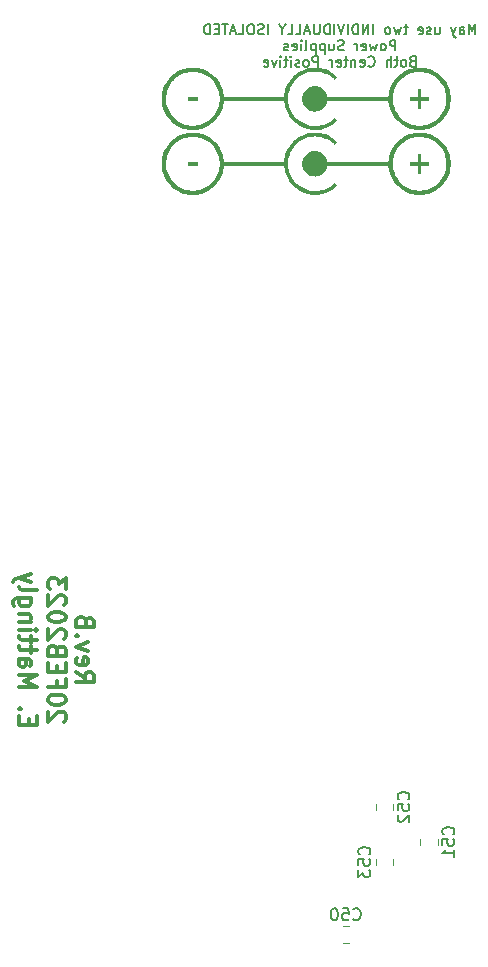
<source format=gbr>
%TF.GenerationSoftware,KiCad,Pcbnew,(6.0.10)*%
%TF.CreationDate,2023-02-20T13:08:26-05:00*%
%TF.ProjectId,ModularPreamp,4d6f6475-6c61-4725-9072-65616d702e6b,rev?*%
%TF.SameCoordinates,Original*%
%TF.FileFunction,Legend,Bot*%
%TF.FilePolarity,Positive*%
%FSLAX46Y46*%
G04 Gerber Fmt 4.6, Leading zero omitted, Abs format (unit mm)*
G04 Created by KiCad (PCBNEW (6.0.10)) date 2023-02-20 13:08:26*
%MOMM*%
%LPD*%
G01*
G04 APERTURE LIST*
%ADD10C,0.150000*%
%ADD11C,0.300000*%
%ADD12C,0.120000*%
%ADD13C,0.010000*%
G04 APERTURE END LIST*
D10*
X128625000Y-26066023D02*
X128625000Y-25216023D01*
X128341666Y-25823166D01*
X128058333Y-25216023D01*
X128058333Y-26066023D01*
X127289285Y-26066023D02*
X127289285Y-25620785D01*
X127329761Y-25539833D01*
X127410714Y-25499357D01*
X127572619Y-25499357D01*
X127653571Y-25539833D01*
X127289285Y-26025547D02*
X127370238Y-26066023D01*
X127572619Y-26066023D01*
X127653571Y-26025547D01*
X127694047Y-25944595D01*
X127694047Y-25863642D01*
X127653571Y-25782690D01*
X127572619Y-25742214D01*
X127370238Y-25742214D01*
X127289285Y-25701738D01*
X126965476Y-25499357D02*
X126763095Y-26066023D01*
X126560714Y-25499357D02*
X126763095Y-26066023D01*
X126844047Y-26268404D01*
X126884523Y-26308880D01*
X126965476Y-26349357D01*
X125225000Y-25499357D02*
X125225000Y-26066023D01*
X125589285Y-25499357D02*
X125589285Y-25944595D01*
X125548809Y-26025547D01*
X125467857Y-26066023D01*
X125346428Y-26066023D01*
X125265476Y-26025547D01*
X125225000Y-25985071D01*
X124860714Y-26025547D02*
X124779761Y-26066023D01*
X124617857Y-26066023D01*
X124536904Y-26025547D01*
X124496428Y-25944595D01*
X124496428Y-25904119D01*
X124536904Y-25823166D01*
X124617857Y-25782690D01*
X124739285Y-25782690D01*
X124820238Y-25742214D01*
X124860714Y-25661261D01*
X124860714Y-25620785D01*
X124820238Y-25539833D01*
X124739285Y-25499357D01*
X124617857Y-25499357D01*
X124536904Y-25539833D01*
X123808333Y-26025547D02*
X123889285Y-26066023D01*
X124051190Y-26066023D01*
X124132142Y-26025547D01*
X124172619Y-25944595D01*
X124172619Y-25620785D01*
X124132142Y-25539833D01*
X124051190Y-25499357D01*
X123889285Y-25499357D01*
X123808333Y-25539833D01*
X123767857Y-25620785D01*
X123767857Y-25701738D01*
X124172619Y-25782690D01*
X122877380Y-25499357D02*
X122553571Y-25499357D01*
X122755952Y-25216023D02*
X122755952Y-25944595D01*
X122715476Y-26025547D01*
X122634523Y-26066023D01*
X122553571Y-26066023D01*
X122351190Y-25499357D02*
X122189285Y-26066023D01*
X122027380Y-25661261D01*
X121865476Y-26066023D01*
X121703571Y-25499357D01*
X121258333Y-26066023D02*
X121339285Y-26025547D01*
X121379761Y-25985071D01*
X121420238Y-25904119D01*
X121420238Y-25661261D01*
X121379761Y-25580309D01*
X121339285Y-25539833D01*
X121258333Y-25499357D01*
X121136904Y-25499357D01*
X121055952Y-25539833D01*
X121015476Y-25580309D01*
X120975000Y-25661261D01*
X120975000Y-25904119D01*
X121015476Y-25985071D01*
X121055952Y-26025547D01*
X121136904Y-26066023D01*
X121258333Y-26066023D01*
X119963095Y-26066023D02*
X119963095Y-25216023D01*
X119558333Y-26066023D02*
X119558333Y-25216023D01*
X119072619Y-26066023D01*
X119072619Y-25216023D01*
X118667857Y-26066023D02*
X118667857Y-25216023D01*
X118465476Y-25216023D01*
X118344047Y-25256500D01*
X118263095Y-25337452D01*
X118222619Y-25418404D01*
X118182142Y-25580309D01*
X118182142Y-25701738D01*
X118222619Y-25863642D01*
X118263095Y-25944595D01*
X118344047Y-26025547D01*
X118465476Y-26066023D01*
X118667857Y-26066023D01*
X117817857Y-26066023D02*
X117817857Y-25216023D01*
X117534523Y-25216023D02*
X117251190Y-26066023D01*
X116967857Y-25216023D01*
X116684523Y-26066023D02*
X116684523Y-25216023D01*
X116279761Y-26066023D02*
X116279761Y-25216023D01*
X116077380Y-25216023D01*
X115955952Y-25256500D01*
X115875000Y-25337452D01*
X115834523Y-25418404D01*
X115794047Y-25580309D01*
X115794047Y-25701738D01*
X115834523Y-25863642D01*
X115875000Y-25944595D01*
X115955952Y-26025547D01*
X116077380Y-26066023D01*
X116279761Y-26066023D01*
X115429761Y-25216023D02*
X115429761Y-25904119D01*
X115389285Y-25985071D01*
X115348809Y-26025547D01*
X115267857Y-26066023D01*
X115105952Y-26066023D01*
X115025000Y-26025547D01*
X114984523Y-25985071D01*
X114944047Y-25904119D01*
X114944047Y-25216023D01*
X114579761Y-25823166D02*
X114175000Y-25823166D01*
X114660714Y-26066023D02*
X114377380Y-25216023D01*
X114094047Y-26066023D01*
X113405952Y-26066023D02*
X113810714Y-26066023D01*
X113810714Y-25216023D01*
X112717857Y-26066023D02*
X113122619Y-26066023D01*
X113122619Y-25216023D01*
X112272619Y-25661261D02*
X112272619Y-26066023D01*
X112555952Y-25216023D02*
X112272619Y-25661261D01*
X111989285Y-25216023D01*
X111058333Y-26066023D02*
X111058333Y-25216023D01*
X110694047Y-26025547D02*
X110572619Y-26066023D01*
X110370238Y-26066023D01*
X110289285Y-26025547D01*
X110248809Y-25985071D01*
X110208333Y-25904119D01*
X110208333Y-25823166D01*
X110248809Y-25742214D01*
X110289285Y-25701738D01*
X110370238Y-25661261D01*
X110532142Y-25620785D01*
X110613095Y-25580309D01*
X110653571Y-25539833D01*
X110694047Y-25458880D01*
X110694047Y-25377928D01*
X110653571Y-25296976D01*
X110613095Y-25256500D01*
X110532142Y-25216023D01*
X110329761Y-25216023D01*
X110208333Y-25256500D01*
X109682142Y-25216023D02*
X109520238Y-25216023D01*
X109439285Y-25256500D01*
X109358333Y-25337452D01*
X109317857Y-25499357D01*
X109317857Y-25782690D01*
X109358333Y-25944595D01*
X109439285Y-26025547D01*
X109520238Y-26066023D01*
X109682142Y-26066023D01*
X109763095Y-26025547D01*
X109844047Y-25944595D01*
X109884523Y-25782690D01*
X109884523Y-25499357D01*
X109844047Y-25337452D01*
X109763095Y-25256500D01*
X109682142Y-25216023D01*
X108548809Y-26066023D02*
X108953571Y-26066023D01*
X108953571Y-25216023D01*
X108305952Y-25823166D02*
X107901190Y-25823166D01*
X108386904Y-26066023D02*
X108103571Y-25216023D01*
X107820238Y-26066023D01*
X107658333Y-25216023D02*
X107172619Y-25216023D01*
X107415476Y-26066023D02*
X107415476Y-25216023D01*
X106889285Y-25620785D02*
X106605952Y-25620785D01*
X106484523Y-26066023D02*
X106889285Y-26066023D01*
X106889285Y-25216023D01*
X106484523Y-25216023D01*
X106120238Y-26066023D02*
X106120238Y-25216023D01*
X105917857Y-25216023D01*
X105796428Y-25256500D01*
X105715476Y-25337452D01*
X105675000Y-25418404D01*
X105634523Y-25580309D01*
X105634523Y-25701738D01*
X105675000Y-25863642D01*
X105715476Y-25944595D01*
X105796428Y-26025547D01*
X105917857Y-26066023D01*
X106120238Y-26066023D01*
X121845238Y-27434523D02*
X121845238Y-26584523D01*
X121521428Y-26584523D01*
X121440476Y-26625000D01*
X121400000Y-26665476D01*
X121359523Y-26746428D01*
X121359523Y-26867857D01*
X121400000Y-26948809D01*
X121440476Y-26989285D01*
X121521428Y-27029761D01*
X121845238Y-27029761D01*
X120873809Y-27434523D02*
X120954761Y-27394047D01*
X120995238Y-27353571D01*
X121035714Y-27272619D01*
X121035714Y-27029761D01*
X120995238Y-26948809D01*
X120954761Y-26908333D01*
X120873809Y-26867857D01*
X120752380Y-26867857D01*
X120671428Y-26908333D01*
X120630952Y-26948809D01*
X120590476Y-27029761D01*
X120590476Y-27272619D01*
X120630952Y-27353571D01*
X120671428Y-27394047D01*
X120752380Y-27434523D01*
X120873809Y-27434523D01*
X120307142Y-26867857D02*
X120145238Y-27434523D01*
X119983333Y-27029761D01*
X119821428Y-27434523D01*
X119659523Y-26867857D01*
X119011904Y-27394047D02*
X119092857Y-27434523D01*
X119254761Y-27434523D01*
X119335714Y-27394047D01*
X119376190Y-27313095D01*
X119376190Y-26989285D01*
X119335714Y-26908333D01*
X119254761Y-26867857D01*
X119092857Y-26867857D01*
X119011904Y-26908333D01*
X118971428Y-26989285D01*
X118971428Y-27070238D01*
X119376190Y-27151190D01*
X118607142Y-27434523D02*
X118607142Y-26867857D01*
X118607142Y-27029761D02*
X118566666Y-26948809D01*
X118526190Y-26908333D01*
X118445238Y-26867857D01*
X118364285Y-26867857D01*
X117473809Y-27394047D02*
X117352380Y-27434523D01*
X117150000Y-27434523D01*
X117069047Y-27394047D01*
X117028571Y-27353571D01*
X116988095Y-27272619D01*
X116988095Y-27191666D01*
X117028571Y-27110714D01*
X117069047Y-27070238D01*
X117150000Y-27029761D01*
X117311904Y-26989285D01*
X117392857Y-26948809D01*
X117433333Y-26908333D01*
X117473809Y-26827380D01*
X117473809Y-26746428D01*
X117433333Y-26665476D01*
X117392857Y-26625000D01*
X117311904Y-26584523D01*
X117109523Y-26584523D01*
X116988095Y-26625000D01*
X116259523Y-26867857D02*
X116259523Y-27434523D01*
X116623809Y-26867857D02*
X116623809Y-27313095D01*
X116583333Y-27394047D01*
X116502380Y-27434523D01*
X116380952Y-27434523D01*
X116300000Y-27394047D01*
X116259523Y-27353571D01*
X115854761Y-26867857D02*
X115854761Y-27717857D01*
X115854761Y-26908333D02*
X115773809Y-26867857D01*
X115611904Y-26867857D01*
X115530952Y-26908333D01*
X115490476Y-26948809D01*
X115450000Y-27029761D01*
X115450000Y-27272619D01*
X115490476Y-27353571D01*
X115530952Y-27394047D01*
X115611904Y-27434523D01*
X115773809Y-27434523D01*
X115854761Y-27394047D01*
X115085714Y-26867857D02*
X115085714Y-27717857D01*
X115085714Y-26908333D02*
X115004761Y-26867857D01*
X114842857Y-26867857D01*
X114761904Y-26908333D01*
X114721428Y-26948809D01*
X114680952Y-27029761D01*
X114680952Y-27272619D01*
X114721428Y-27353571D01*
X114761904Y-27394047D01*
X114842857Y-27434523D01*
X115004761Y-27434523D01*
X115085714Y-27394047D01*
X114195238Y-27434523D02*
X114276190Y-27394047D01*
X114316666Y-27313095D01*
X114316666Y-26584523D01*
X113871428Y-27434523D02*
X113871428Y-26867857D01*
X113871428Y-26584523D02*
X113911904Y-26625000D01*
X113871428Y-26665476D01*
X113830952Y-26625000D01*
X113871428Y-26584523D01*
X113871428Y-26665476D01*
X113142857Y-27394047D02*
X113223809Y-27434523D01*
X113385714Y-27434523D01*
X113466666Y-27394047D01*
X113507142Y-27313095D01*
X113507142Y-26989285D01*
X113466666Y-26908333D01*
X113385714Y-26867857D01*
X113223809Y-26867857D01*
X113142857Y-26908333D01*
X113102380Y-26989285D01*
X113102380Y-27070238D01*
X113507142Y-27151190D01*
X112778571Y-27394047D02*
X112697619Y-27434523D01*
X112535714Y-27434523D01*
X112454761Y-27394047D01*
X112414285Y-27313095D01*
X112414285Y-27272619D01*
X112454761Y-27191666D01*
X112535714Y-27151190D01*
X112657142Y-27151190D01*
X112738095Y-27110714D01*
X112778571Y-27029761D01*
X112778571Y-26989285D01*
X112738095Y-26908333D01*
X112657142Y-26867857D01*
X112535714Y-26867857D01*
X112454761Y-26908333D01*
X123282142Y-28357785D02*
X123160714Y-28398261D01*
X123120238Y-28438738D01*
X123079761Y-28519690D01*
X123079761Y-28641119D01*
X123120238Y-28722071D01*
X123160714Y-28762547D01*
X123241666Y-28803023D01*
X123565476Y-28803023D01*
X123565476Y-27953023D01*
X123282142Y-27953023D01*
X123201190Y-27993500D01*
X123160714Y-28033976D01*
X123120238Y-28114928D01*
X123120238Y-28195880D01*
X123160714Y-28276833D01*
X123201190Y-28317309D01*
X123282142Y-28357785D01*
X123565476Y-28357785D01*
X122594047Y-28803023D02*
X122675000Y-28762547D01*
X122715476Y-28722071D01*
X122755952Y-28641119D01*
X122755952Y-28398261D01*
X122715476Y-28317309D01*
X122675000Y-28276833D01*
X122594047Y-28236357D01*
X122472619Y-28236357D01*
X122391666Y-28276833D01*
X122351190Y-28317309D01*
X122310714Y-28398261D01*
X122310714Y-28641119D01*
X122351190Y-28722071D01*
X122391666Y-28762547D01*
X122472619Y-28803023D01*
X122594047Y-28803023D01*
X122067857Y-28236357D02*
X121744047Y-28236357D01*
X121946428Y-27953023D02*
X121946428Y-28681595D01*
X121905952Y-28762547D01*
X121825000Y-28803023D01*
X121744047Y-28803023D01*
X121460714Y-28803023D02*
X121460714Y-27953023D01*
X121096428Y-28803023D02*
X121096428Y-28357785D01*
X121136904Y-28276833D01*
X121217857Y-28236357D01*
X121339285Y-28236357D01*
X121420238Y-28276833D01*
X121460714Y-28317309D01*
X119558333Y-28722071D02*
X119598809Y-28762547D01*
X119720238Y-28803023D01*
X119801190Y-28803023D01*
X119922619Y-28762547D01*
X120003571Y-28681595D01*
X120044047Y-28600642D01*
X120084523Y-28438738D01*
X120084523Y-28317309D01*
X120044047Y-28155404D01*
X120003571Y-28074452D01*
X119922619Y-27993500D01*
X119801190Y-27953023D01*
X119720238Y-27953023D01*
X119598809Y-27993500D01*
X119558333Y-28033976D01*
X118870238Y-28762547D02*
X118951190Y-28803023D01*
X119113095Y-28803023D01*
X119194047Y-28762547D01*
X119234523Y-28681595D01*
X119234523Y-28357785D01*
X119194047Y-28276833D01*
X119113095Y-28236357D01*
X118951190Y-28236357D01*
X118870238Y-28276833D01*
X118829761Y-28357785D01*
X118829761Y-28438738D01*
X119234523Y-28519690D01*
X118465476Y-28236357D02*
X118465476Y-28803023D01*
X118465476Y-28317309D02*
X118425000Y-28276833D01*
X118344047Y-28236357D01*
X118222619Y-28236357D01*
X118141666Y-28276833D01*
X118101190Y-28357785D01*
X118101190Y-28803023D01*
X117817857Y-28236357D02*
X117494047Y-28236357D01*
X117696428Y-27953023D02*
X117696428Y-28681595D01*
X117655952Y-28762547D01*
X117575000Y-28803023D01*
X117494047Y-28803023D01*
X116886904Y-28762547D02*
X116967857Y-28803023D01*
X117129761Y-28803023D01*
X117210714Y-28762547D01*
X117251190Y-28681595D01*
X117251190Y-28357785D01*
X117210714Y-28276833D01*
X117129761Y-28236357D01*
X116967857Y-28236357D01*
X116886904Y-28276833D01*
X116846428Y-28357785D01*
X116846428Y-28438738D01*
X117251190Y-28519690D01*
X116482142Y-28803023D02*
X116482142Y-28236357D01*
X116482142Y-28398261D02*
X116441666Y-28317309D01*
X116401190Y-28276833D01*
X116320238Y-28236357D01*
X116239285Y-28236357D01*
X115308333Y-28803023D02*
X115308333Y-27953023D01*
X114984523Y-27953023D01*
X114903571Y-27993500D01*
X114863095Y-28033976D01*
X114822619Y-28114928D01*
X114822619Y-28236357D01*
X114863095Y-28317309D01*
X114903571Y-28357785D01*
X114984523Y-28398261D01*
X115308333Y-28398261D01*
X114336904Y-28803023D02*
X114417857Y-28762547D01*
X114458333Y-28722071D01*
X114498809Y-28641119D01*
X114498809Y-28398261D01*
X114458333Y-28317309D01*
X114417857Y-28276833D01*
X114336904Y-28236357D01*
X114215476Y-28236357D01*
X114134523Y-28276833D01*
X114094047Y-28317309D01*
X114053571Y-28398261D01*
X114053571Y-28641119D01*
X114094047Y-28722071D01*
X114134523Y-28762547D01*
X114215476Y-28803023D01*
X114336904Y-28803023D01*
X113729761Y-28762547D02*
X113648809Y-28803023D01*
X113486904Y-28803023D01*
X113405952Y-28762547D01*
X113365476Y-28681595D01*
X113365476Y-28641119D01*
X113405952Y-28560166D01*
X113486904Y-28519690D01*
X113608333Y-28519690D01*
X113689285Y-28479214D01*
X113729761Y-28398261D01*
X113729761Y-28357785D01*
X113689285Y-28276833D01*
X113608333Y-28236357D01*
X113486904Y-28236357D01*
X113405952Y-28276833D01*
X113001190Y-28803023D02*
X113001190Y-28236357D01*
X113001190Y-27953023D02*
X113041666Y-27993500D01*
X113001190Y-28033976D01*
X112960714Y-27993500D01*
X113001190Y-27953023D01*
X113001190Y-28033976D01*
X112717857Y-28236357D02*
X112394047Y-28236357D01*
X112596428Y-27953023D02*
X112596428Y-28681595D01*
X112555952Y-28762547D01*
X112475000Y-28803023D01*
X112394047Y-28803023D01*
X112110714Y-28803023D02*
X112110714Y-28236357D01*
X112110714Y-27953023D02*
X112151190Y-27993500D01*
X112110714Y-28033976D01*
X112070238Y-27993500D01*
X112110714Y-27953023D01*
X112110714Y-28033976D01*
X111786904Y-28236357D02*
X111584523Y-28803023D01*
X111382142Y-28236357D01*
X110734523Y-28762547D02*
X110815476Y-28803023D01*
X110977380Y-28803023D01*
X111058333Y-28762547D01*
X111098809Y-28681595D01*
X111098809Y-28357785D01*
X111058333Y-28276833D01*
X110977380Y-28236357D01*
X110815476Y-28236357D01*
X110734523Y-28276833D01*
X110694047Y-28357785D01*
X110694047Y-28438738D01*
X111098809Y-28519690D01*
D11*
X94836428Y-80057142D02*
X95550714Y-80557142D01*
X94836428Y-80914285D02*
X96336428Y-80914285D01*
X96336428Y-80342857D01*
X96265000Y-80200000D01*
X96193571Y-80128571D01*
X96050714Y-80057142D01*
X95836428Y-80057142D01*
X95693571Y-80128571D01*
X95622142Y-80200000D01*
X95550714Y-80342857D01*
X95550714Y-80914285D01*
X94907857Y-78842857D02*
X94836428Y-78985714D01*
X94836428Y-79271428D01*
X94907857Y-79414285D01*
X95050714Y-79485714D01*
X95622142Y-79485714D01*
X95765000Y-79414285D01*
X95836428Y-79271428D01*
X95836428Y-78985714D01*
X95765000Y-78842857D01*
X95622142Y-78771428D01*
X95479285Y-78771428D01*
X95336428Y-79485714D01*
X95836428Y-78271428D02*
X94836428Y-77914285D01*
X95836428Y-77557142D01*
X94979285Y-76985714D02*
X94907857Y-76914285D01*
X94836428Y-76985714D01*
X94907857Y-77057142D01*
X94979285Y-76985714D01*
X94836428Y-76985714D01*
X95622142Y-75771428D02*
X95550714Y-75557142D01*
X95479285Y-75485714D01*
X95336428Y-75414285D01*
X95122142Y-75414285D01*
X94979285Y-75485714D01*
X94907857Y-75557142D01*
X94836428Y-75700000D01*
X94836428Y-76271428D01*
X96336428Y-76271428D01*
X96336428Y-75771428D01*
X96265000Y-75628571D01*
X96193571Y-75557142D01*
X96050714Y-75485714D01*
X95907857Y-75485714D01*
X95765000Y-75557142D01*
X95693571Y-75628571D01*
X95622142Y-75771428D01*
X95622142Y-76271428D01*
X93778571Y-84271428D02*
X93850000Y-84200000D01*
X93921428Y-84057142D01*
X93921428Y-83700000D01*
X93850000Y-83557142D01*
X93778571Y-83485714D01*
X93635714Y-83414285D01*
X93492857Y-83414285D01*
X93278571Y-83485714D01*
X92421428Y-84342857D01*
X92421428Y-83414285D01*
X93921428Y-82485714D02*
X93921428Y-82342857D01*
X93850000Y-82200000D01*
X93778571Y-82128571D01*
X93635714Y-82057142D01*
X93350000Y-81985714D01*
X92992857Y-81985714D01*
X92707142Y-82057142D01*
X92564285Y-82128571D01*
X92492857Y-82200000D01*
X92421428Y-82342857D01*
X92421428Y-82485714D01*
X92492857Y-82628571D01*
X92564285Y-82700000D01*
X92707142Y-82771428D01*
X92992857Y-82842857D01*
X93350000Y-82842857D01*
X93635714Y-82771428D01*
X93778571Y-82700000D01*
X93850000Y-82628571D01*
X93921428Y-82485714D01*
X93207142Y-80842857D02*
X93207142Y-81342857D01*
X92421428Y-81342857D02*
X93921428Y-81342857D01*
X93921428Y-80628571D01*
X93207142Y-80057142D02*
X93207142Y-79557142D01*
X92421428Y-79342857D02*
X92421428Y-80057142D01*
X93921428Y-80057142D01*
X93921428Y-79342857D01*
X93207142Y-78200000D02*
X93135714Y-77985714D01*
X93064285Y-77914285D01*
X92921428Y-77842857D01*
X92707142Y-77842857D01*
X92564285Y-77914285D01*
X92492857Y-77985714D01*
X92421428Y-78128571D01*
X92421428Y-78700000D01*
X93921428Y-78700000D01*
X93921428Y-78200000D01*
X93850000Y-78057142D01*
X93778571Y-77985714D01*
X93635714Y-77914285D01*
X93492857Y-77914285D01*
X93350000Y-77985714D01*
X93278571Y-78057142D01*
X93207142Y-78200000D01*
X93207142Y-78700000D01*
X93778571Y-77271428D02*
X93850000Y-77200000D01*
X93921428Y-77057142D01*
X93921428Y-76700000D01*
X93850000Y-76557142D01*
X93778571Y-76485714D01*
X93635714Y-76414285D01*
X93492857Y-76414285D01*
X93278571Y-76485714D01*
X92421428Y-77342857D01*
X92421428Y-76414285D01*
X93921428Y-75485714D02*
X93921428Y-75342857D01*
X93850000Y-75200000D01*
X93778571Y-75128571D01*
X93635714Y-75057142D01*
X93350000Y-74985714D01*
X92992857Y-74985714D01*
X92707142Y-75057142D01*
X92564285Y-75128571D01*
X92492857Y-75200000D01*
X92421428Y-75342857D01*
X92421428Y-75485714D01*
X92492857Y-75628571D01*
X92564285Y-75700000D01*
X92707142Y-75771428D01*
X92992857Y-75842857D01*
X93350000Y-75842857D01*
X93635714Y-75771428D01*
X93778571Y-75700000D01*
X93850000Y-75628571D01*
X93921428Y-75485714D01*
X93778571Y-74414285D02*
X93850000Y-74342857D01*
X93921428Y-74200000D01*
X93921428Y-73842857D01*
X93850000Y-73700000D01*
X93778571Y-73628571D01*
X93635714Y-73557142D01*
X93492857Y-73557142D01*
X93278571Y-73628571D01*
X92421428Y-74485714D01*
X92421428Y-73557142D01*
X93921428Y-73057142D02*
X93921428Y-72128571D01*
X93350000Y-72628571D01*
X93350000Y-72414285D01*
X93278571Y-72271428D01*
X93207142Y-72200000D01*
X93064285Y-72128571D01*
X92707142Y-72128571D01*
X92564285Y-72200000D01*
X92492857Y-72271428D01*
X92421428Y-72414285D01*
X92421428Y-72842857D01*
X92492857Y-72985714D01*
X92564285Y-73057142D01*
X90792142Y-84521428D02*
X90792142Y-84021428D01*
X90006428Y-83807142D02*
X90006428Y-84521428D01*
X91506428Y-84521428D01*
X91506428Y-83807142D01*
X90149285Y-83164285D02*
X90077857Y-83092857D01*
X90006428Y-83164285D01*
X90077857Y-83235714D01*
X90149285Y-83164285D01*
X90006428Y-83164285D01*
X90006428Y-81307142D02*
X91506428Y-81307142D01*
X90435000Y-80807142D01*
X91506428Y-80307142D01*
X90006428Y-80307142D01*
X90006428Y-78950000D02*
X90792142Y-78950000D01*
X90935000Y-79021428D01*
X91006428Y-79164285D01*
X91006428Y-79450000D01*
X90935000Y-79592857D01*
X90077857Y-78950000D02*
X90006428Y-79092857D01*
X90006428Y-79450000D01*
X90077857Y-79592857D01*
X90220714Y-79664285D01*
X90363571Y-79664285D01*
X90506428Y-79592857D01*
X90577857Y-79450000D01*
X90577857Y-79092857D01*
X90649285Y-78950000D01*
X91006428Y-78450000D02*
X91006428Y-77878571D01*
X91506428Y-78235714D02*
X90220714Y-78235714D01*
X90077857Y-78164285D01*
X90006428Y-78021428D01*
X90006428Y-77878571D01*
X91006428Y-77592857D02*
X91006428Y-77021428D01*
X91506428Y-77378571D02*
X90220714Y-77378571D01*
X90077857Y-77307142D01*
X90006428Y-77164285D01*
X90006428Y-77021428D01*
X90006428Y-76521428D02*
X91006428Y-76521428D01*
X91506428Y-76521428D02*
X91435000Y-76592857D01*
X91363571Y-76521428D01*
X91435000Y-76450000D01*
X91506428Y-76521428D01*
X91363571Y-76521428D01*
X91006428Y-75807142D02*
X90006428Y-75807142D01*
X90863571Y-75807142D02*
X90935000Y-75735714D01*
X91006428Y-75592857D01*
X91006428Y-75378571D01*
X90935000Y-75235714D01*
X90792142Y-75164285D01*
X90006428Y-75164285D01*
X91006428Y-73807142D02*
X89792142Y-73807142D01*
X89649285Y-73878571D01*
X89577857Y-73950000D01*
X89506428Y-74092857D01*
X89506428Y-74307142D01*
X89577857Y-74450000D01*
X90077857Y-73807142D02*
X90006428Y-73950000D01*
X90006428Y-74235714D01*
X90077857Y-74378571D01*
X90149285Y-74450000D01*
X90292142Y-74521428D01*
X90720714Y-74521428D01*
X90863571Y-74450000D01*
X90935000Y-74378571D01*
X91006428Y-74235714D01*
X91006428Y-73950000D01*
X90935000Y-73807142D01*
X90006428Y-72878571D02*
X90077857Y-73021428D01*
X90220714Y-73092857D01*
X91506428Y-73092857D01*
X91006428Y-72450000D02*
X90006428Y-72092857D01*
X91006428Y-71735714D02*
X90006428Y-72092857D01*
X89649285Y-72235714D01*
X89577857Y-72307142D01*
X89506428Y-72450000D01*
D10*
%TO.C,C53*%
X119627142Y-95507142D02*
X119674761Y-95459523D01*
X119722380Y-95316666D01*
X119722380Y-95221428D01*
X119674761Y-95078571D01*
X119579523Y-94983333D01*
X119484285Y-94935714D01*
X119293809Y-94888095D01*
X119150952Y-94888095D01*
X118960476Y-94935714D01*
X118865238Y-94983333D01*
X118770000Y-95078571D01*
X118722380Y-95221428D01*
X118722380Y-95316666D01*
X118770000Y-95459523D01*
X118817619Y-95507142D01*
X118722380Y-96411904D02*
X118722380Y-95935714D01*
X119198571Y-95888095D01*
X119150952Y-95935714D01*
X119103333Y-96030952D01*
X119103333Y-96269047D01*
X119150952Y-96364285D01*
X119198571Y-96411904D01*
X119293809Y-96459523D01*
X119531904Y-96459523D01*
X119627142Y-96411904D01*
X119674761Y-96364285D01*
X119722380Y-96269047D01*
X119722380Y-96030952D01*
X119674761Y-95935714D01*
X119627142Y-95888095D01*
X118722380Y-96792857D02*
X118722380Y-97411904D01*
X119103333Y-97078571D01*
X119103333Y-97221428D01*
X119150952Y-97316666D01*
X119198571Y-97364285D01*
X119293809Y-97411904D01*
X119531904Y-97411904D01*
X119627142Y-97364285D01*
X119674761Y-97316666D01*
X119722380Y-97221428D01*
X119722380Y-96935714D01*
X119674761Y-96840476D01*
X119627142Y-96792857D01*
%TO.C,C52*%
X122937142Y-90857142D02*
X122984761Y-90809523D01*
X123032380Y-90666666D01*
X123032380Y-90571428D01*
X122984761Y-90428571D01*
X122889523Y-90333333D01*
X122794285Y-90285714D01*
X122603809Y-90238095D01*
X122460952Y-90238095D01*
X122270476Y-90285714D01*
X122175238Y-90333333D01*
X122080000Y-90428571D01*
X122032380Y-90571428D01*
X122032380Y-90666666D01*
X122080000Y-90809523D01*
X122127619Y-90857142D01*
X122032380Y-91761904D02*
X122032380Y-91285714D01*
X122508571Y-91238095D01*
X122460952Y-91285714D01*
X122413333Y-91380952D01*
X122413333Y-91619047D01*
X122460952Y-91714285D01*
X122508571Y-91761904D01*
X122603809Y-91809523D01*
X122841904Y-91809523D01*
X122937142Y-91761904D01*
X122984761Y-91714285D01*
X123032380Y-91619047D01*
X123032380Y-91380952D01*
X122984761Y-91285714D01*
X122937142Y-91238095D01*
X122127619Y-92190476D02*
X122080000Y-92238095D01*
X122032380Y-92333333D01*
X122032380Y-92571428D01*
X122080000Y-92666666D01*
X122127619Y-92714285D01*
X122222857Y-92761904D01*
X122318095Y-92761904D01*
X122460952Y-92714285D01*
X123032380Y-92142857D01*
X123032380Y-92761904D01*
%TO.C,C51*%
X126737142Y-93807142D02*
X126784761Y-93759523D01*
X126832380Y-93616666D01*
X126832380Y-93521428D01*
X126784761Y-93378571D01*
X126689523Y-93283333D01*
X126594285Y-93235714D01*
X126403809Y-93188095D01*
X126260952Y-93188095D01*
X126070476Y-93235714D01*
X125975238Y-93283333D01*
X125880000Y-93378571D01*
X125832380Y-93521428D01*
X125832380Y-93616666D01*
X125880000Y-93759523D01*
X125927619Y-93807142D01*
X125832380Y-94711904D02*
X125832380Y-94235714D01*
X126308571Y-94188095D01*
X126260952Y-94235714D01*
X126213333Y-94330952D01*
X126213333Y-94569047D01*
X126260952Y-94664285D01*
X126308571Y-94711904D01*
X126403809Y-94759523D01*
X126641904Y-94759523D01*
X126737142Y-94711904D01*
X126784761Y-94664285D01*
X126832380Y-94569047D01*
X126832380Y-94330952D01*
X126784761Y-94235714D01*
X126737142Y-94188095D01*
X126832380Y-95711904D02*
X126832380Y-95140476D01*
X126832380Y-95426190D02*
X125832380Y-95426190D01*
X125975238Y-95330952D01*
X126070476Y-95235714D01*
X126118095Y-95140476D01*
%TO.C,C50*%
X118292857Y-100977142D02*
X118340476Y-101024761D01*
X118483333Y-101072380D01*
X118578571Y-101072380D01*
X118721428Y-101024761D01*
X118816666Y-100929523D01*
X118864285Y-100834285D01*
X118911904Y-100643809D01*
X118911904Y-100500952D01*
X118864285Y-100310476D01*
X118816666Y-100215238D01*
X118721428Y-100120000D01*
X118578571Y-100072380D01*
X118483333Y-100072380D01*
X118340476Y-100120000D01*
X118292857Y-100167619D01*
X117388095Y-100072380D02*
X117864285Y-100072380D01*
X117911904Y-100548571D01*
X117864285Y-100500952D01*
X117769047Y-100453333D01*
X117530952Y-100453333D01*
X117435714Y-100500952D01*
X117388095Y-100548571D01*
X117340476Y-100643809D01*
X117340476Y-100881904D01*
X117388095Y-100977142D01*
X117435714Y-101024761D01*
X117530952Y-101072380D01*
X117769047Y-101072380D01*
X117864285Y-101024761D01*
X117911904Y-100977142D01*
X116721428Y-100072380D02*
X116626190Y-100072380D01*
X116530952Y-100120000D01*
X116483333Y-100167619D01*
X116435714Y-100262857D01*
X116388095Y-100453333D01*
X116388095Y-100691428D01*
X116435714Y-100881904D01*
X116483333Y-100977142D01*
X116530952Y-101024761D01*
X116626190Y-101072380D01*
X116721428Y-101072380D01*
X116816666Y-101024761D01*
X116864285Y-100977142D01*
X116911904Y-100881904D01*
X116959523Y-100691428D01*
X116959523Y-100453333D01*
X116911904Y-100262857D01*
X116864285Y-100167619D01*
X116816666Y-100120000D01*
X116721428Y-100072380D01*
D12*
%TO.C,C53*%
X121685000Y-95888748D02*
X121685000Y-96411252D01*
X120215000Y-95888748D02*
X120215000Y-96411252D01*
%TO.C,C52*%
X120165000Y-91761252D02*
X120165000Y-91238748D01*
X121635000Y-91761252D02*
X121635000Y-91238748D01*
%TO.C,C51*%
X123965000Y-94711252D02*
X123965000Y-94188748D01*
X125435000Y-94711252D02*
X125435000Y-94188748D01*
%TO.C,C50*%
X117911252Y-103035000D02*
X117388748Y-103035000D01*
X117911252Y-101565000D02*
X117388748Y-101565000D01*
%TO.C,U7*%
G36*
X123954821Y-31049150D02*
G01*
X123957033Y-31394167D01*
X124302050Y-31396379D01*
X124647066Y-31398590D01*
X124647066Y-31601600D01*
X123952800Y-31601600D01*
X123952800Y-32287401D01*
X123741133Y-32287401D01*
X123741133Y-31601600D01*
X123055333Y-31601600D01*
X123055333Y-31398400D01*
X123741133Y-31398400D01*
X123741133Y-30704134D01*
X123952610Y-30704134D01*
X123954821Y-31049150D01*
G37*
D13*
X123954821Y-31049150D02*
X123957033Y-31394167D01*
X124302050Y-31396379D01*
X124647066Y-31398590D01*
X124647066Y-31601600D01*
X123952800Y-31601600D01*
X123952800Y-32287401D01*
X123741133Y-32287401D01*
X123741133Y-31601600D01*
X123055333Y-31601600D01*
X123055333Y-31398400D01*
X123741133Y-31398400D01*
X123741133Y-30704134D01*
X123952610Y-30704134D01*
X123954821Y-31049150D01*
G36*
X102076314Y-31224341D02*
G01*
X102105706Y-31022441D01*
X102150535Y-30823800D01*
X102210532Y-30629643D01*
X102285429Y-30441193D01*
X102374960Y-30259675D01*
X102478856Y-30086313D01*
X102522374Y-30022062D01*
X102650632Y-29852623D01*
X102789926Y-29695754D01*
X102939658Y-29551814D01*
X103099229Y-29421162D01*
X103268038Y-29304159D01*
X103445488Y-29201163D01*
X103630978Y-29112534D01*
X103823910Y-29038631D01*
X104023685Y-28979814D01*
X104229704Y-28936443D01*
X104441366Y-28908876D01*
X104470753Y-28906843D01*
X104526016Y-28904947D01*
X104591681Y-28904317D01*
X104663879Y-28904859D01*
X104738742Y-28906481D01*
X104812401Y-28909090D01*
X104880988Y-28912595D01*
X104940632Y-28916903D01*
X104987466Y-28921921D01*
X105011109Y-28925230D01*
X105180482Y-28954319D01*
X105339790Y-28992055D01*
X105493751Y-29039880D01*
X105647081Y-29099236D01*
X105804499Y-29171563D01*
X105820506Y-29179512D01*
X106003509Y-29280550D01*
X106176805Y-29395294D01*
X106339780Y-29523181D01*
X106491821Y-29663650D01*
X106632315Y-29816136D01*
X106760647Y-29980077D01*
X106876204Y-30154909D01*
X106937352Y-30261210D01*
X107027692Y-30443291D01*
X107102375Y-30630021D01*
X107161806Y-30822603D01*
X107206388Y-31022240D01*
X107236525Y-31230138D01*
X107251107Y-31364534D01*
X112427948Y-31364534D01*
X112433489Y-31303150D01*
X112448300Y-31170900D01*
X112484791Y-30958728D01*
X112536285Y-30754394D01*
X112602811Y-30557828D01*
X112684402Y-30368961D01*
X112781089Y-30187724D01*
X112892902Y-30014049D01*
X113019873Y-29847867D01*
X113162033Y-29689110D01*
X113217619Y-29633258D01*
X113372101Y-29494303D01*
X113536172Y-29369180D01*
X113709417Y-29258097D01*
X113891421Y-29161262D01*
X114081770Y-29078881D01*
X114280048Y-29011163D01*
X114485840Y-28958315D01*
X114698733Y-28920543D01*
X114719697Y-28917901D01*
X114786130Y-28912014D01*
X114863936Y-28907923D01*
X114949130Y-28905625D01*
X115037726Y-28905117D01*
X115125740Y-28906398D01*
X115209186Y-28909464D01*
X115284079Y-28914313D01*
X115346433Y-28920942D01*
X115475083Y-28941422D01*
X115682773Y-28987204D01*
X115882113Y-29047648D01*
X116073437Y-29122908D01*
X116257078Y-29213137D01*
X116433371Y-29318490D01*
X116602649Y-29439121D01*
X116765245Y-29575184D01*
X116857501Y-29658444D01*
X116771449Y-29744790D01*
X116685398Y-29831135D01*
X116611085Y-29760417D01*
X116536126Y-29693433D01*
X116430308Y-29609876D01*
X116315098Y-29529383D01*
X116194620Y-29454801D01*
X116072998Y-29388977D01*
X115922292Y-29320187D01*
X115739579Y-29253449D01*
X115552953Y-29202447D01*
X115363490Y-29167111D01*
X115172265Y-29147371D01*
X114980355Y-29143157D01*
X114788835Y-29154399D01*
X114598780Y-29181028D01*
X114411266Y-29222974D01*
X114227369Y-29280167D01*
X114048164Y-29352536D01*
X113874727Y-29440013D01*
X113708133Y-29542527D01*
X113643119Y-29588550D01*
X113543777Y-29666118D01*
X113444797Y-29751392D01*
X113350013Y-29840860D01*
X113263261Y-29931011D01*
X113188376Y-30018334D01*
X113139581Y-30082139D01*
X113061137Y-30195909D01*
X112986599Y-30317474D01*
X112918450Y-30442444D01*
X112859172Y-30566432D01*
X112811249Y-30685047D01*
X112806694Y-30697743D01*
X112747510Y-30888887D01*
X112704825Y-31082162D01*
X112678503Y-31276665D01*
X112668403Y-31471490D01*
X112674389Y-31665733D01*
X112696321Y-31858489D01*
X112734061Y-32048853D01*
X112787471Y-32235920D01*
X112856413Y-32418786D01*
X112940748Y-32596546D01*
X113040338Y-32768296D01*
X113155044Y-32933129D01*
X113156318Y-32934803D01*
X113196413Y-32984045D01*
X113246735Y-33040735D01*
X113304331Y-33101941D01*
X113366248Y-33164729D01*
X113429533Y-33226168D01*
X113491234Y-33283325D01*
X113548396Y-33333268D01*
X113598066Y-33373063D01*
X113649490Y-33410698D01*
X113816688Y-33520067D01*
X113989820Y-33613848D01*
X114169489Y-33692286D01*
X114356300Y-33755622D01*
X114550858Y-33804101D01*
X114753766Y-33837965D01*
X114785183Y-33841411D01*
X114856586Y-33846307D01*
X114938248Y-33848901D01*
X115025880Y-33849253D01*
X115115190Y-33847426D01*
X115201889Y-33843479D01*
X115281687Y-33837475D01*
X115350292Y-33829474D01*
X115355019Y-33828780D01*
X115554472Y-33791033D01*
X115747242Y-33737732D01*
X115933209Y-33668934D01*
X116112250Y-33584698D01*
X116284243Y-33485079D01*
X116449066Y-33370136D01*
X116606598Y-33239925D01*
X116689896Y-33165300D01*
X116774674Y-33250078D01*
X116859451Y-33334856D01*
X116767575Y-33417142D01*
X116766537Y-33418072D01*
X116600664Y-33555755D01*
X116428238Y-33677825D01*
X116249245Y-33784287D01*
X116063671Y-33875147D01*
X115871503Y-33950412D01*
X115672728Y-34010088D01*
X115467331Y-34054180D01*
X115255298Y-34082694D01*
X115213692Y-34085898D01*
X115139160Y-34088972D01*
X115055514Y-34089915D01*
X114967086Y-34088843D01*
X114878206Y-34085871D01*
X114793206Y-34081113D01*
X114716415Y-34074684D01*
X114652166Y-34066699D01*
X114544575Y-34048041D01*
X114336293Y-33999598D01*
X114135702Y-33936106D01*
X113942879Y-33857599D01*
X113757902Y-33764110D01*
X113580850Y-33655672D01*
X113411800Y-33532320D01*
X113395444Y-33519033D01*
X113349178Y-33479038D01*
X113296166Y-33430550D01*
X113239211Y-33376353D01*
X113181118Y-33319230D01*
X113124691Y-33261963D01*
X113072735Y-33207336D01*
X113028054Y-33158132D01*
X112993451Y-33117134D01*
X112939679Y-33047140D01*
X112822934Y-32875570D01*
X112720516Y-32695417D01*
X112632725Y-32507443D01*
X112559861Y-32312412D01*
X112502224Y-32111089D01*
X112460113Y-31904236D01*
X112433830Y-31692617D01*
X112428221Y-31627000D01*
X109839025Y-31627000D01*
X107249829Y-31627001D01*
X107244118Y-31696850D01*
X107234854Y-31790148D01*
X107202330Y-31997321D01*
X107154076Y-32199192D01*
X107090542Y-32395061D01*
X107012178Y-32584231D01*
X106919433Y-32766006D01*
X106812758Y-32939687D01*
X106692601Y-33104577D01*
X106559414Y-33259979D01*
X106413646Y-33405194D01*
X106255746Y-33539526D01*
X106086165Y-33662277D01*
X105905352Y-33772750D01*
X105899187Y-33776181D01*
X105741578Y-33855449D01*
X105572806Y-33925200D01*
X105396324Y-33984272D01*
X105215583Y-34031506D01*
X105034033Y-34065741D01*
X105007271Y-34069439D01*
X104933477Y-34077124D01*
X104849216Y-34083116D01*
X104758995Y-34087286D01*
X104667322Y-34089504D01*
X104578705Y-34089640D01*
X104497650Y-34087565D01*
X104428666Y-34083149D01*
X104275217Y-34064677D01*
X104068949Y-34025466D01*
X103868278Y-33970481D01*
X103673810Y-33900007D01*
X103486153Y-33814330D01*
X103305912Y-33713735D01*
X103133695Y-33598505D01*
X102970109Y-33468928D01*
X102815759Y-33325287D01*
X102677692Y-33174940D01*
X102549707Y-33011370D01*
X102435567Y-32838805D01*
X102335722Y-32658145D01*
X102250622Y-32470288D01*
X102180718Y-32276135D01*
X102126460Y-32076584D01*
X102088298Y-31872534D01*
X102083431Y-31837352D01*
X102064909Y-31633021D01*
X102064209Y-31570292D01*
X102340714Y-31570292D01*
X102353997Y-31755981D01*
X102382148Y-31940013D01*
X102425084Y-32121446D01*
X102482722Y-32299333D01*
X102554981Y-32472732D01*
X102641780Y-32640699D01*
X102743034Y-32802288D01*
X102858663Y-32956557D01*
X102988584Y-33102560D01*
X103006420Y-33120800D01*
X103153647Y-33258258D01*
X103309117Y-33380951D01*
X103472564Y-33488749D01*
X103643718Y-33581518D01*
X103822312Y-33659125D01*
X104008077Y-33721440D01*
X104200746Y-33768328D01*
X104400049Y-33799659D01*
X104459362Y-33804836D01*
X104533028Y-33808298D01*
X104614557Y-33809828D01*
X104699830Y-33809489D01*
X104784725Y-33807341D01*
X104865121Y-33803449D01*
X104936897Y-33797873D01*
X104995933Y-33790675D01*
X105090363Y-33774090D01*
X105284622Y-33727646D01*
X105472229Y-33665803D01*
X105652659Y-33588826D01*
X105825384Y-33496982D01*
X105989877Y-33390538D01*
X106145612Y-33269760D01*
X106292061Y-33134915D01*
X106389662Y-33032161D01*
X106488158Y-32914811D01*
X106575982Y-32793162D01*
X106656127Y-32663030D01*
X106731582Y-32520234D01*
X106782549Y-32411129D01*
X106835839Y-32279374D01*
X106879519Y-32147080D01*
X106915288Y-32008987D01*
X106944843Y-31859834D01*
X106949508Y-31831720D01*
X106954231Y-31798816D01*
X106957819Y-31766018D01*
X106960428Y-31730487D01*
X106962210Y-31689383D01*
X106963320Y-31639866D01*
X106963913Y-31579096D01*
X106964142Y-31504234D01*
X106964111Y-31458586D01*
X106963374Y-31376251D01*
X106961428Y-31305768D01*
X106957911Y-31243733D01*
X106952460Y-31186746D01*
X106944712Y-31131401D01*
X106934303Y-31074297D01*
X106920870Y-31012031D01*
X106904050Y-30941200D01*
X106890083Y-30886926D01*
X106831447Y-30701576D01*
X106758119Y-30523592D01*
X106670833Y-30353642D01*
X106570323Y-30192392D01*
X106457319Y-30040511D01*
X106332557Y-29898666D01*
X106196768Y-29767526D01*
X106050685Y-29647758D01*
X105895041Y-29540030D01*
X105730569Y-29445010D01*
X105558001Y-29363365D01*
X105378072Y-29295763D01*
X105191512Y-29242872D01*
X104999056Y-29205360D01*
X104971563Y-29201562D01*
X104898030Y-29193990D01*
X104815082Y-29188332D01*
X104727080Y-29184685D01*
X104638383Y-29183149D01*
X104553353Y-29183820D01*
X104476349Y-29186797D01*
X104411733Y-29192178D01*
X104281795Y-29210529D01*
X104086641Y-29251238D01*
X103899156Y-29306933D01*
X103718948Y-29377754D01*
X103545626Y-29463843D01*
X103378800Y-29565342D01*
X103372849Y-29569321D01*
X103292678Y-29624706D01*
X103222073Y-29677560D01*
X103156123Y-29731916D01*
X103089916Y-29791810D01*
X103018541Y-29861275D01*
X102977469Y-29902987D01*
X102909007Y-29976420D01*
X102848548Y-30047430D01*
X102792209Y-30120687D01*
X102736102Y-30200864D01*
X102670917Y-30303411D01*
X102577829Y-30474256D01*
X102500183Y-30650053D01*
X102437897Y-30829860D01*
X102390890Y-31012732D01*
X102359078Y-31197724D01*
X102342381Y-31383892D01*
X102340714Y-31570292D01*
X102064209Y-31570292D01*
X102062626Y-31428276D01*
X102076314Y-31224341D01*
G37*
X102076314Y-31224341D02*
X102105706Y-31022441D01*
X102150535Y-30823800D01*
X102210532Y-30629643D01*
X102285429Y-30441193D01*
X102374960Y-30259675D01*
X102478856Y-30086313D01*
X102522374Y-30022062D01*
X102650632Y-29852623D01*
X102789926Y-29695754D01*
X102939658Y-29551814D01*
X103099229Y-29421162D01*
X103268038Y-29304159D01*
X103445488Y-29201163D01*
X103630978Y-29112534D01*
X103823910Y-29038631D01*
X104023685Y-28979814D01*
X104229704Y-28936443D01*
X104441366Y-28908876D01*
X104470753Y-28906843D01*
X104526016Y-28904947D01*
X104591681Y-28904317D01*
X104663879Y-28904859D01*
X104738742Y-28906481D01*
X104812401Y-28909090D01*
X104880988Y-28912595D01*
X104940632Y-28916903D01*
X104987466Y-28921921D01*
X105011109Y-28925230D01*
X105180482Y-28954319D01*
X105339790Y-28992055D01*
X105493751Y-29039880D01*
X105647081Y-29099236D01*
X105804499Y-29171563D01*
X105820506Y-29179512D01*
X106003509Y-29280550D01*
X106176805Y-29395294D01*
X106339780Y-29523181D01*
X106491821Y-29663650D01*
X106632315Y-29816136D01*
X106760647Y-29980077D01*
X106876204Y-30154909D01*
X106937352Y-30261210D01*
X107027692Y-30443291D01*
X107102375Y-30630021D01*
X107161806Y-30822603D01*
X107206388Y-31022240D01*
X107236525Y-31230138D01*
X107251107Y-31364534D01*
X112427948Y-31364534D01*
X112433489Y-31303150D01*
X112448300Y-31170900D01*
X112484791Y-30958728D01*
X112536285Y-30754394D01*
X112602811Y-30557828D01*
X112684402Y-30368961D01*
X112781089Y-30187724D01*
X112892902Y-30014049D01*
X113019873Y-29847867D01*
X113162033Y-29689110D01*
X113217619Y-29633258D01*
X113372101Y-29494303D01*
X113536172Y-29369180D01*
X113709417Y-29258097D01*
X113891421Y-29161262D01*
X114081770Y-29078881D01*
X114280048Y-29011163D01*
X114485840Y-28958315D01*
X114698733Y-28920543D01*
X114719697Y-28917901D01*
X114786130Y-28912014D01*
X114863936Y-28907923D01*
X114949130Y-28905625D01*
X115037726Y-28905117D01*
X115125740Y-28906398D01*
X115209186Y-28909464D01*
X115284079Y-28914313D01*
X115346433Y-28920942D01*
X115475083Y-28941422D01*
X115682773Y-28987204D01*
X115882113Y-29047648D01*
X116073437Y-29122908D01*
X116257078Y-29213137D01*
X116433371Y-29318490D01*
X116602649Y-29439121D01*
X116765245Y-29575184D01*
X116857501Y-29658444D01*
X116771449Y-29744790D01*
X116685398Y-29831135D01*
X116611085Y-29760417D01*
X116536126Y-29693433D01*
X116430308Y-29609876D01*
X116315098Y-29529383D01*
X116194620Y-29454801D01*
X116072998Y-29388977D01*
X115922292Y-29320187D01*
X115739579Y-29253449D01*
X115552953Y-29202447D01*
X115363490Y-29167111D01*
X115172265Y-29147371D01*
X114980355Y-29143157D01*
X114788835Y-29154399D01*
X114598780Y-29181028D01*
X114411266Y-29222974D01*
X114227369Y-29280167D01*
X114048164Y-29352536D01*
X113874727Y-29440013D01*
X113708133Y-29542527D01*
X113643119Y-29588550D01*
X113543777Y-29666118D01*
X113444797Y-29751392D01*
X113350013Y-29840860D01*
X113263261Y-29931011D01*
X113188376Y-30018334D01*
X113139581Y-30082139D01*
X113061137Y-30195909D01*
X112986599Y-30317474D01*
X112918450Y-30442444D01*
X112859172Y-30566432D01*
X112811249Y-30685047D01*
X112806694Y-30697743D01*
X112747510Y-30888887D01*
X112704825Y-31082162D01*
X112678503Y-31276665D01*
X112668403Y-31471490D01*
X112674389Y-31665733D01*
X112696321Y-31858489D01*
X112734061Y-32048853D01*
X112787471Y-32235920D01*
X112856413Y-32418786D01*
X112940748Y-32596546D01*
X113040338Y-32768296D01*
X113155044Y-32933129D01*
X113156318Y-32934803D01*
X113196413Y-32984045D01*
X113246735Y-33040735D01*
X113304331Y-33101941D01*
X113366248Y-33164729D01*
X113429533Y-33226168D01*
X113491234Y-33283325D01*
X113548396Y-33333268D01*
X113598066Y-33373063D01*
X113649490Y-33410698D01*
X113816688Y-33520067D01*
X113989820Y-33613848D01*
X114169489Y-33692286D01*
X114356300Y-33755622D01*
X114550858Y-33804101D01*
X114753766Y-33837965D01*
X114785183Y-33841411D01*
X114856586Y-33846307D01*
X114938248Y-33848901D01*
X115025880Y-33849253D01*
X115115190Y-33847426D01*
X115201889Y-33843479D01*
X115281687Y-33837475D01*
X115350292Y-33829474D01*
X115355019Y-33828780D01*
X115554472Y-33791033D01*
X115747242Y-33737732D01*
X115933209Y-33668934D01*
X116112250Y-33584698D01*
X116284243Y-33485079D01*
X116449066Y-33370136D01*
X116606598Y-33239925D01*
X116689896Y-33165300D01*
X116774674Y-33250078D01*
X116859451Y-33334856D01*
X116767575Y-33417142D01*
X116766537Y-33418072D01*
X116600664Y-33555755D01*
X116428238Y-33677825D01*
X116249245Y-33784287D01*
X116063671Y-33875147D01*
X115871503Y-33950412D01*
X115672728Y-34010088D01*
X115467331Y-34054180D01*
X115255298Y-34082694D01*
X115213692Y-34085898D01*
X115139160Y-34088972D01*
X115055514Y-34089915D01*
X114967086Y-34088843D01*
X114878206Y-34085871D01*
X114793206Y-34081113D01*
X114716415Y-34074684D01*
X114652166Y-34066699D01*
X114544575Y-34048041D01*
X114336293Y-33999598D01*
X114135702Y-33936106D01*
X113942879Y-33857599D01*
X113757902Y-33764110D01*
X113580850Y-33655672D01*
X113411800Y-33532320D01*
X113395444Y-33519033D01*
X113349178Y-33479038D01*
X113296166Y-33430550D01*
X113239211Y-33376353D01*
X113181118Y-33319230D01*
X113124691Y-33261963D01*
X113072735Y-33207336D01*
X113028054Y-33158132D01*
X112993451Y-33117134D01*
X112939679Y-33047140D01*
X112822934Y-32875570D01*
X112720516Y-32695417D01*
X112632725Y-32507443D01*
X112559861Y-32312412D01*
X112502224Y-32111089D01*
X112460113Y-31904236D01*
X112433830Y-31692617D01*
X112428221Y-31627000D01*
X109839025Y-31627000D01*
X107249829Y-31627001D01*
X107244118Y-31696850D01*
X107234854Y-31790148D01*
X107202330Y-31997321D01*
X107154076Y-32199192D01*
X107090542Y-32395061D01*
X107012178Y-32584231D01*
X106919433Y-32766006D01*
X106812758Y-32939687D01*
X106692601Y-33104577D01*
X106559414Y-33259979D01*
X106413646Y-33405194D01*
X106255746Y-33539526D01*
X106086165Y-33662277D01*
X105905352Y-33772750D01*
X105899187Y-33776181D01*
X105741578Y-33855449D01*
X105572806Y-33925200D01*
X105396324Y-33984272D01*
X105215583Y-34031506D01*
X105034033Y-34065741D01*
X105007271Y-34069439D01*
X104933477Y-34077124D01*
X104849216Y-34083116D01*
X104758995Y-34087286D01*
X104667322Y-34089504D01*
X104578705Y-34089640D01*
X104497650Y-34087565D01*
X104428666Y-34083149D01*
X104275217Y-34064677D01*
X104068949Y-34025466D01*
X103868278Y-33970481D01*
X103673810Y-33900007D01*
X103486153Y-33814330D01*
X103305912Y-33713735D01*
X103133695Y-33598505D01*
X102970109Y-33468928D01*
X102815759Y-33325287D01*
X102677692Y-33174940D01*
X102549707Y-33011370D01*
X102435567Y-32838805D01*
X102335722Y-32658145D01*
X102250622Y-32470288D01*
X102180718Y-32276135D01*
X102126460Y-32076584D01*
X102088298Y-31872534D01*
X102083431Y-31837352D01*
X102064909Y-31633021D01*
X102064209Y-31570292D01*
X102340714Y-31570292D01*
X102353997Y-31755981D01*
X102382148Y-31940013D01*
X102425084Y-32121446D01*
X102482722Y-32299333D01*
X102554981Y-32472732D01*
X102641780Y-32640699D01*
X102743034Y-32802288D01*
X102858663Y-32956557D01*
X102988584Y-33102560D01*
X103006420Y-33120800D01*
X103153647Y-33258258D01*
X103309117Y-33380951D01*
X103472564Y-33488749D01*
X103643718Y-33581518D01*
X103822312Y-33659125D01*
X104008077Y-33721440D01*
X104200746Y-33768328D01*
X104400049Y-33799659D01*
X104459362Y-33804836D01*
X104533028Y-33808298D01*
X104614557Y-33809828D01*
X104699830Y-33809489D01*
X104784725Y-33807341D01*
X104865121Y-33803449D01*
X104936897Y-33797873D01*
X104995933Y-33790675D01*
X105090363Y-33774090D01*
X105284622Y-33727646D01*
X105472229Y-33665803D01*
X105652659Y-33588826D01*
X105825384Y-33496982D01*
X105989877Y-33390538D01*
X106145612Y-33269760D01*
X106292061Y-33134915D01*
X106389662Y-33032161D01*
X106488158Y-32914811D01*
X106575982Y-32793162D01*
X106656127Y-32663030D01*
X106731582Y-32520234D01*
X106782549Y-32411129D01*
X106835839Y-32279374D01*
X106879519Y-32147080D01*
X106915288Y-32008987D01*
X106944843Y-31859834D01*
X106949508Y-31831720D01*
X106954231Y-31798816D01*
X106957819Y-31766018D01*
X106960428Y-31730487D01*
X106962210Y-31689383D01*
X106963320Y-31639866D01*
X106963913Y-31579096D01*
X106964142Y-31504234D01*
X106964111Y-31458586D01*
X106963374Y-31376251D01*
X106961428Y-31305768D01*
X106957911Y-31243733D01*
X106952460Y-31186746D01*
X106944712Y-31131401D01*
X106934303Y-31074297D01*
X106920870Y-31012031D01*
X106904050Y-30941200D01*
X106890083Y-30886926D01*
X106831447Y-30701576D01*
X106758119Y-30523592D01*
X106670833Y-30353642D01*
X106570323Y-30192392D01*
X106457319Y-30040511D01*
X106332557Y-29898666D01*
X106196768Y-29767526D01*
X106050685Y-29647758D01*
X105895041Y-29540030D01*
X105730569Y-29445010D01*
X105558001Y-29363365D01*
X105378072Y-29295763D01*
X105191512Y-29242872D01*
X104999056Y-29205360D01*
X104971563Y-29201562D01*
X104898030Y-29193990D01*
X104815082Y-29188332D01*
X104727080Y-29184685D01*
X104638383Y-29183149D01*
X104553353Y-29183820D01*
X104476349Y-29186797D01*
X104411733Y-29192178D01*
X104281795Y-29210529D01*
X104086641Y-29251238D01*
X103899156Y-29306933D01*
X103718948Y-29377754D01*
X103545626Y-29463843D01*
X103378800Y-29565342D01*
X103372849Y-29569321D01*
X103292678Y-29624706D01*
X103222073Y-29677560D01*
X103156123Y-29731916D01*
X103089916Y-29791810D01*
X103018541Y-29861275D01*
X102977469Y-29902987D01*
X102909007Y-29976420D01*
X102848548Y-30047430D01*
X102792209Y-30120687D01*
X102736102Y-30200864D01*
X102670917Y-30303411D01*
X102577829Y-30474256D01*
X102500183Y-30650053D01*
X102437897Y-30829860D01*
X102390890Y-31012732D01*
X102359078Y-31197724D01*
X102342381Y-31383892D01*
X102340714Y-31570292D01*
X102064209Y-31570292D01*
X102062626Y-31428276D01*
X102076314Y-31224341D01*
G36*
X113985313Y-31218847D02*
G01*
X114025996Y-31099058D01*
X114082367Y-30985513D01*
X114154569Y-30877861D01*
X114242745Y-30775754D01*
X114328576Y-30696161D01*
X114433418Y-30619414D01*
X114545625Y-30557030D01*
X114663559Y-30510043D01*
X114705244Y-30497094D01*
X114758761Y-30482885D01*
X114809625Y-30473084D01*
X114862713Y-30467003D01*
X114922902Y-30463954D01*
X114995066Y-30463249D01*
X115037752Y-30463544D01*
X115084251Y-30464668D01*
X115121669Y-30467034D01*
X115154523Y-30471094D01*
X115187333Y-30477295D01*
X115224615Y-30486088D01*
X115289526Y-30504125D01*
X115406726Y-30547735D01*
X115514317Y-30603848D01*
X115614786Y-30673860D01*
X115710618Y-30759167D01*
X115788786Y-30843849D01*
X115863905Y-30945072D01*
X115923941Y-31051817D01*
X115969784Y-31165699D01*
X116002325Y-31288334D01*
X116017101Y-31360300D01*
X118637534Y-31362431D01*
X121257968Y-31364561D01*
X121263731Y-31286231D01*
X121272635Y-31193695D01*
X121296714Y-31034348D01*
X121331308Y-30872617D01*
X121375147Y-30714109D01*
X121426963Y-30564434D01*
X121445695Y-30518570D01*
X121477063Y-30448437D01*
X121513564Y-30372376D01*
X121552973Y-30294740D01*
X121593066Y-30219882D01*
X121631618Y-30152156D01*
X121666403Y-30095914D01*
X121693728Y-30054615D01*
X121743473Y-29982030D01*
X121790380Y-29917906D01*
X121837594Y-29858357D01*
X121888264Y-29799496D01*
X121945535Y-29737434D01*
X122012555Y-29668285D01*
X122132505Y-29554117D01*
X122292425Y-29422517D01*
X122461531Y-29304848D01*
X122639145Y-29201429D01*
X122824588Y-29112578D01*
X123017180Y-29038613D01*
X123216243Y-28979853D01*
X123421098Y-28936616D01*
X123631066Y-28909221D01*
X123656762Y-28907359D01*
X123712433Y-28905223D01*
X123778786Y-28904399D01*
X123851896Y-28904795D01*
X123927838Y-28906322D01*
X124002685Y-28908889D01*
X124072511Y-28912404D01*
X124133391Y-28916779D01*
X124181400Y-28921921D01*
X124205882Y-28925350D01*
X124375254Y-28954487D01*
X124534529Y-28992267D01*
X124688373Y-29040118D01*
X124841452Y-29099467D01*
X124998433Y-29171741D01*
X125119277Y-29235317D01*
X125296327Y-29343829D01*
X125462687Y-29464930D01*
X125617861Y-29597909D01*
X125761350Y-29742058D01*
X125892658Y-29896666D01*
X126011285Y-30061023D01*
X126116734Y-30234419D01*
X126208508Y-30416144D01*
X126286108Y-30605488D01*
X126349038Y-30801741D01*
X126396798Y-31004193D01*
X126428892Y-31212134D01*
X126429886Y-31221191D01*
X126435208Y-31286182D01*
X126438976Y-31362306D01*
X126441152Y-31444901D01*
X126441698Y-31529306D01*
X126440577Y-31610858D01*
X126437752Y-31684894D01*
X126433185Y-31746753D01*
X126428779Y-31787477D01*
X126396380Y-31995252D01*
X126348222Y-32197619D01*
X126284755Y-32393891D01*
X126206432Y-32583380D01*
X126113706Y-32765401D01*
X126007027Y-32939267D01*
X125886849Y-33104291D01*
X125753623Y-33259786D01*
X125607802Y-33405066D01*
X125449837Y-33539445D01*
X125280181Y-33662235D01*
X125099285Y-33772750D01*
X124951334Y-33848222D01*
X124779818Y-33920352D01*
X124599501Y-33981466D01*
X124413200Y-34030615D01*
X124223733Y-34066855D01*
X124197204Y-34070835D01*
X124160165Y-34075739D01*
X124123921Y-34079482D01*
X124085515Y-34082217D01*
X124041994Y-34084096D01*
X123990404Y-34085273D01*
X123927790Y-34085901D01*
X123851200Y-34086132D01*
X123788811Y-34086103D01*
X123724246Y-34085719D01*
X123671285Y-34084809D01*
X123626974Y-34083222D01*
X123588362Y-34080810D01*
X123552496Y-34077422D01*
X123516424Y-34072907D01*
X123477195Y-34067115D01*
X123315645Y-34037241D01*
X123110200Y-33984605D01*
X122911989Y-33916888D01*
X122721503Y-33834385D01*
X122539235Y-33737392D01*
X122365677Y-33626202D01*
X122201322Y-33501110D01*
X122046663Y-33362410D01*
X121902191Y-33210397D01*
X121768400Y-33045365D01*
X121735424Y-33000227D01*
X121625884Y-32832876D01*
X121529288Y-32656693D01*
X121446290Y-32473412D01*
X121377542Y-32284766D01*
X121323698Y-32092488D01*
X121285408Y-31898312D01*
X121263327Y-31703969D01*
X121257862Y-31626974D01*
X118637471Y-31629104D01*
X116017079Y-31631234D01*
X116000867Y-31711482D01*
X115983587Y-31782826D01*
X115941484Y-31901887D01*
X115884849Y-32014660D01*
X115814867Y-32119826D01*
X115732721Y-32216065D01*
X115639598Y-32302056D01*
X115536681Y-32376481D01*
X115425156Y-32438018D01*
X115306208Y-32485350D01*
X115285168Y-32491977D01*
X115206082Y-32512472D01*
X115126626Y-32525327D01*
X115041604Y-32531194D01*
X114945824Y-32530728D01*
X114902467Y-32529008D01*
X114851624Y-32525740D01*
X114809561Y-32520992D01*
X114771484Y-32514179D01*
X114732600Y-32504717D01*
X114722862Y-32502056D01*
X114595261Y-32458299D01*
X114476483Y-32400803D01*
X114367400Y-32330389D01*
X114268886Y-32247877D01*
X114181811Y-32154088D01*
X114107048Y-32049843D01*
X114045468Y-31935962D01*
X113997944Y-31813267D01*
X113988911Y-31783824D01*
X113970236Y-31712228D01*
X113958236Y-31644087D01*
X113951923Y-31572741D01*
X113950311Y-31491534D01*
X113950440Y-31478557D01*
X113955815Y-31404947D01*
X121536236Y-31404947D01*
X121536378Y-31598005D01*
X121552398Y-31789090D01*
X121584018Y-31977328D01*
X121630961Y-32161842D01*
X121692950Y-32341758D01*
X121769706Y-32516200D01*
X121860954Y-32684293D01*
X121966414Y-32845161D01*
X122085810Y-32997929D01*
X122218864Y-33141723D01*
X122365300Y-33275666D01*
X122507883Y-33386091D01*
X122670416Y-33491599D01*
X122841588Y-33583005D01*
X123020463Y-33659912D01*
X123206110Y-33721922D01*
X123397594Y-33768637D01*
X123593982Y-33799659D01*
X123653295Y-33804836D01*
X123726961Y-33808298D01*
X123808491Y-33809828D01*
X123893763Y-33809489D01*
X123978658Y-33807341D01*
X124059054Y-33803449D01*
X124130830Y-33797873D01*
X124189866Y-33790675D01*
X124283297Y-33774287D01*
X124477666Y-33727908D01*
X124665364Y-33666117D01*
X124845884Y-33589169D01*
X125018724Y-33497320D01*
X125183378Y-33390825D01*
X125339343Y-33269938D01*
X125486114Y-33134915D01*
X125512009Y-33108680D01*
X125627842Y-32981353D01*
X125730146Y-32850485D01*
X125821714Y-32712263D01*
X125905340Y-32562876D01*
X125943454Y-32486109D01*
X126008505Y-32336914D01*
X126061552Y-32186490D01*
X126104151Y-32030161D01*
X126137856Y-31863248D01*
X126138047Y-31862126D01*
X126145914Y-31803986D01*
X126152349Y-31733090D01*
X126157238Y-31653475D01*
X126160470Y-31569176D01*
X126161930Y-31484231D01*
X126161506Y-31402675D01*
X126159086Y-31328545D01*
X126154557Y-31265877D01*
X126152538Y-31246694D01*
X126122740Y-31051091D01*
X126076854Y-30860132D01*
X126015266Y-30674632D01*
X125938362Y-30495403D01*
X125846530Y-30323259D01*
X125740154Y-30159013D01*
X125619623Y-30003478D01*
X125485321Y-29857467D01*
X125416540Y-29791426D01*
X125265695Y-29663651D01*
X125105801Y-29550022D01*
X124937497Y-29450860D01*
X124761423Y-29366490D01*
X124578221Y-29297235D01*
X124388529Y-29243417D01*
X124192990Y-29205360D01*
X124165496Y-29201562D01*
X124091964Y-29193990D01*
X124009016Y-29188332D01*
X123921013Y-29184685D01*
X123832317Y-29183149D01*
X123747286Y-29183820D01*
X123670283Y-29186797D01*
X123605666Y-29192178D01*
X123472990Y-29211087D01*
X123276159Y-29252785D01*
X123086119Y-29309986D01*
X122902923Y-29382667D01*
X122726624Y-29470808D01*
X122557276Y-29574385D01*
X122394933Y-29693377D01*
X122389574Y-29697691D01*
X122344600Y-29736192D01*
X122292630Y-29783901D01*
X122237002Y-29837479D01*
X122181052Y-29893589D01*
X122128117Y-29948893D01*
X122081534Y-30000054D01*
X122044641Y-30043734D01*
X121934378Y-30193764D01*
X121831074Y-30360989D01*
X121742543Y-30535209D01*
X121669390Y-30715226D01*
X121612220Y-30899842D01*
X121584696Y-31016414D01*
X121552250Y-31210791D01*
X121536236Y-31404947D01*
X113955815Y-31404947D01*
X113960175Y-31345230D01*
X113985313Y-31218847D01*
G37*
X113985313Y-31218847D02*
X114025996Y-31099058D01*
X114082367Y-30985513D01*
X114154569Y-30877861D01*
X114242745Y-30775754D01*
X114328576Y-30696161D01*
X114433418Y-30619414D01*
X114545625Y-30557030D01*
X114663559Y-30510043D01*
X114705244Y-30497094D01*
X114758761Y-30482885D01*
X114809625Y-30473084D01*
X114862713Y-30467003D01*
X114922902Y-30463954D01*
X114995066Y-30463249D01*
X115037752Y-30463544D01*
X115084251Y-30464668D01*
X115121669Y-30467034D01*
X115154523Y-30471094D01*
X115187333Y-30477295D01*
X115224615Y-30486088D01*
X115289526Y-30504125D01*
X115406726Y-30547735D01*
X115514317Y-30603848D01*
X115614786Y-30673860D01*
X115710618Y-30759167D01*
X115788786Y-30843849D01*
X115863905Y-30945072D01*
X115923941Y-31051817D01*
X115969784Y-31165699D01*
X116002325Y-31288334D01*
X116017101Y-31360300D01*
X118637534Y-31362431D01*
X121257968Y-31364561D01*
X121263731Y-31286231D01*
X121272635Y-31193695D01*
X121296714Y-31034348D01*
X121331308Y-30872617D01*
X121375147Y-30714109D01*
X121426963Y-30564434D01*
X121445695Y-30518570D01*
X121477063Y-30448437D01*
X121513564Y-30372376D01*
X121552973Y-30294740D01*
X121593066Y-30219882D01*
X121631618Y-30152156D01*
X121666403Y-30095914D01*
X121693728Y-30054615D01*
X121743473Y-29982030D01*
X121790380Y-29917906D01*
X121837594Y-29858357D01*
X121888264Y-29799496D01*
X121945535Y-29737434D01*
X122012555Y-29668285D01*
X122132505Y-29554117D01*
X122292425Y-29422517D01*
X122461531Y-29304848D01*
X122639145Y-29201429D01*
X122824588Y-29112578D01*
X123017180Y-29038613D01*
X123216243Y-28979853D01*
X123421098Y-28936616D01*
X123631066Y-28909221D01*
X123656762Y-28907359D01*
X123712433Y-28905223D01*
X123778786Y-28904399D01*
X123851896Y-28904795D01*
X123927838Y-28906322D01*
X124002685Y-28908889D01*
X124072511Y-28912404D01*
X124133391Y-28916779D01*
X124181400Y-28921921D01*
X124205882Y-28925350D01*
X124375254Y-28954487D01*
X124534529Y-28992267D01*
X124688373Y-29040118D01*
X124841452Y-29099467D01*
X124998433Y-29171741D01*
X125119277Y-29235317D01*
X125296327Y-29343829D01*
X125462687Y-29464930D01*
X125617861Y-29597909D01*
X125761350Y-29742058D01*
X125892658Y-29896666D01*
X126011285Y-30061023D01*
X126116734Y-30234419D01*
X126208508Y-30416144D01*
X126286108Y-30605488D01*
X126349038Y-30801741D01*
X126396798Y-31004193D01*
X126428892Y-31212134D01*
X126429886Y-31221191D01*
X126435208Y-31286182D01*
X126438976Y-31362306D01*
X126441152Y-31444901D01*
X126441698Y-31529306D01*
X126440577Y-31610858D01*
X126437752Y-31684894D01*
X126433185Y-31746753D01*
X126428779Y-31787477D01*
X126396380Y-31995252D01*
X126348222Y-32197619D01*
X126284755Y-32393891D01*
X126206432Y-32583380D01*
X126113706Y-32765401D01*
X126007027Y-32939267D01*
X125886849Y-33104291D01*
X125753623Y-33259786D01*
X125607802Y-33405066D01*
X125449837Y-33539445D01*
X125280181Y-33662235D01*
X125099285Y-33772750D01*
X124951334Y-33848222D01*
X124779818Y-33920352D01*
X124599501Y-33981466D01*
X124413200Y-34030615D01*
X124223733Y-34066855D01*
X124197204Y-34070835D01*
X124160165Y-34075739D01*
X124123921Y-34079482D01*
X124085515Y-34082217D01*
X124041994Y-34084096D01*
X123990404Y-34085273D01*
X123927790Y-34085901D01*
X123851200Y-34086132D01*
X123788811Y-34086103D01*
X123724246Y-34085719D01*
X123671285Y-34084809D01*
X123626974Y-34083222D01*
X123588362Y-34080810D01*
X123552496Y-34077422D01*
X123516424Y-34072907D01*
X123477195Y-34067115D01*
X123315645Y-34037241D01*
X123110200Y-33984605D01*
X122911989Y-33916888D01*
X122721503Y-33834385D01*
X122539235Y-33737392D01*
X122365677Y-33626202D01*
X122201322Y-33501110D01*
X122046663Y-33362410D01*
X121902191Y-33210397D01*
X121768400Y-33045365D01*
X121735424Y-33000227D01*
X121625884Y-32832876D01*
X121529288Y-32656693D01*
X121446290Y-32473412D01*
X121377542Y-32284766D01*
X121323698Y-32092488D01*
X121285408Y-31898312D01*
X121263327Y-31703969D01*
X121257862Y-31626974D01*
X118637471Y-31629104D01*
X116017079Y-31631234D01*
X116000867Y-31711482D01*
X115983587Y-31782826D01*
X115941484Y-31901887D01*
X115884849Y-32014660D01*
X115814867Y-32119826D01*
X115732721Y-32216065D01*
X115639598Y-32302056D01*
X115536681Y-32376481D01*
X115425156Y-32438018D01*
X115306208Y-32485350D01*
X115285168Y-32491977D01*
X115206082Y-32512472D01*
X115126626Y-32525327D01*
X115041604Y-32531194D01*
X114945824Y-32530728D01*
X114902467Y-32529008D01*
X114851624Y-32525740D01*
X114809561Y-32520992D01*
X114771484Y-32514179D01*
X114732600Y-32504717D01*
X114722862Y-32502056D01*
X114595261Y-32458299D01*
X114476483Y-32400803D01*
X114367400Y-32330389D01*
X114268886Y-32247877D01*
X114181811Y-32154088D01*
X114107048Y-32049843D01*
X114045468Y-31935962D01*
X113997944Y-31813267D01*
X113988911Y-31783824D01*
X113970236Y-31712228D01*
X113958236Y-31644087D01*
X113951923Y-31572741D01*
X113950311Y-31491534D01*
X113950440Y-31478557D01*
X113955815Y-31404947D01*
X121536236Y-31404947D01*
X121536378Y-31598005D01*
X121552398Y-31789090D01*
X121584018Y-31977328D01*
X121630961Y-32161842D01*
X121692950Y-32341758D01*
X121769706Y-32516200D01*
X121860954Y-32684293D01*
X121966414Y-32845161D01*
X122085810Y-32997929D01*
X122218864Y-33141723D01*
X122365300Y-33275666D01*
X122507883Y-33386091D01*
X122670416Y-33491599D01*
X122841588Y-33583005D01*
X123020463Y-33659912D01*
X123206110Y-33721922D01*
X123397594Y-33768637D01*
X123593982Y-33799659D01*
X123653295Y-33804836D01*
X123726961Y-33808298D01*
X123808491Y-33809828D01*
X123893763Y-33809489D01*
X123978658Y-33807341D01*
X124059054Y-33803449D01*
X124130830Y-33797873D01*
X124189866Y-33790675D01*
X124283297Y-33774287D01*
X124477666Y-33727908D01*
X124665364Y-33666117D01*
X124845884Y-33589169D01*
X125018724Y-33497320D01*
X125183378Y-33390825D01*
X125339343Y-33269938D01*
X125486114Y-33134915D01*
X125512009Y-33108680D01*
X125627842Y-32981353D01*
X125730146Y-32850485D01*
X125821714Y-32712263D01*
X125905340Y-32562876D01*
X125943454Y-32486109D01*
X126008505Y-32336914D01*
X126061552Y-32186490D01*
X126104151Y-32030161D01*
X126137856Y-31863248D01*
X126138047Y-31862126D01*
X126145914Y-31803986D01*
X126152349Y-31733090D01*
X126157238Y-31653475D01*
X126160470Y-31569176D01*
X126161930Y-31484231D01*
X126161506Y-31402675D01*
X126159086Y-31328545D01*
X126154557Y-31265877D01*
X126152538Y-31246694D01*
X126122740Y-31051091D01*
X126076854Y-30860132D01*
X126015266Y-30674632D01*
X125938362Y-30495403D01*
X125846530Y-30323259D01*
X125740154Y-30159013D01*
X125619623Y-30003478D01*
X125485321Y-29857467D01*
X125416540Y-29791426D01*
X125265695Y-29663651D01*
X125105801Y-29550022D01*
X124937497Y-29450860D01*
X124761423Y-29366490D01*
X124578221Y-29297235D01*
X124388529Y-29243417D01*
X124192990Y-29205360D01*
X124165496Y-29201562D01*
X124091964Y-29193990D01*
X124009016Y-29188332D01*
X123921013Y-29184685D01*
X123832317Y-29183149D01*
X123747286Y-29183820D01*
X123670283Y-29186797D01*
X123605666Y-29192178D01*
X123472990Y-29211087D01*
X123276159Y-29252785D01*
X123086119Y-29309986D01*
X122902923Y-29382667D01*
X122726624Y-29470808D01*
X122557276Y-29574385D01*
X122394933Y-29693377D01*
X122389574Y-29697691D01*
X122344600Y-29736192D01*
X122292630Y-29783901D01*
X122237002Y-29837479D01*
X122181052Y-29893589D01*
X122128117Y-29948893D01*
X122081534Y-30000054D01*
X122044641Y-30043734D01*
X121934378Y-30193764D01*
X121831074Y-30360989D01*
X121742543Y-30535209D01*
X121669390Y-30715226D01*
X121612220Y-30899842D01*
X121584696Y-31016414D01*
X121552250Y-31210791D01*
X121536236Y-31404947D01*
X113955815Y-31404947D01*
X113960175Y-31345230D01*
X113985313Y-31218847D01*
G36*
X105055200Y-31610067D02*
G01*
X104259333Y-31610067D01*
X104259333Y-31381467D01*
X105055200Y-31381467D01*
X105055200Y-31610067D01*
G37*
X105055200Y-31610067D02*
X104259333Y-31610067D01*
X104259333Y-31381467D01*
X105055200Y-31381467D01*
X105055200Y-31610067D01*
%TO.C,U8*%
G36*
X123954821Y-36549150D02*
G01*
X123957033Y-36894167D01*
X124302050Y-36896379D01*
X124647066Y-36898590D01*
X124647066Y-37101600D01*
X123952800Y-37101600D01*
X123952800Y-37787401D01*
X123741133Y-37787401D01*
X123741133Y-37101600D01*
X123055333Y-37101600D01*
X123055333Y-36898400D01*
X123741133Y-36898400D01*
X123741133Y-36204134D01*
X123952610Y-36204134D01*
X123954821Y-36549150D01*
G37*
X123954821Y-36549150D02*
X123957033Y-36894167D01*
X124302050Y-36896379D01*
X124647066Y-36898590D01*
X124647066Y-37101600D01*
X123952800Y-37101600D01*
X123952800Y-37787401D01*
X123741133Y-37787401D01*
X123741133Y-37101600D01*
X123055333Y-37101600D01*
X123055333Y-36898400D01*
X123741133Y-36898400D01*
X123741133Y-36204134D01*
X123952610Y-36204134D01*
X123954821Y-36549150D01*
G36*
X102076314Y-36724341D02*
G01*
X102105706Y-36522441D01*
X102150535Y-36323800D01*
X102210532Y-36129643D01*
X102285429Y-35941193D01*
X102374960Y-35759675D01*
X102478856Y-35586313D01*
X102522374Y-35522062D01*
X102650632Y-35352623D01*
X102789926Y-35195754D01*
X102939658Y-35051814D01*
X103099229Y-34921162D01*
X103268038Y-34804159D01*
X103445488Y-34701163D01*
X103630978Y-34612534D01*
X103823910Y-34538631D01*
X104023685Y-34479814D01*
X104229704Y-34436443D01*
X104441366Y-34408876D01*
X104470753Y-34406843D01*
X104526016Y-34404947D01*
X104591681Y-34404317D01*
X104663879Y-34404859D01*
X104738742Y-34406481D01*
X104812401Y-34409090D01*
X104880988Y-34412595D01*
X104940632Y-34416903D01*
X104987466Y-34421921D01*
X105011109Y-34425230D01*
X105180482Y-34454319D01*
X105339790Y-34492055D01*
X105493751Y-34539880D01*
X105647081Y-34599236D01*
X105804499Y-34671563D01*
X105820506Y-34679512D01*
X106003509Y-34780550D01*
X106176805Y-34895294D01*
X106339780Y-35023181D01*
X106491821Y-35163650D01*
X106632315Y-35316136D01*
X106760647Y-35480077D01*
X106876204Y-35654909D01*
X106937352Y-35761210D01*
X107027692Y-35943291D01*
X107102375Y-36130021D01*
X107161806Y-36322603D01*
X107206388Y-36522240D01*
X107236525Y-36730138D01*
X107251107Y-36864534D01*
X112427948Y-36864534D01*
X112433489Y-36803150D01*
X112448300Y-36670900D01*
X112484791Y-36458728D01*
X112536285Y-36254394D01*
X112602811Y-36057828D01*
X112684402Y-35868961D01*
X112781089Y-35687724D01*
X112892902Y-35514049D01*
X113019873Y-35347867D01*
X113162033Y-35189110D01*
X113217619Y-35133258D01*
X113372101Y-34994303D01*
X113536172Y-34869180D01*
X113709417Y-34758097D01*
X113891421Y-34661262D01*
X114081770Y-34578881D01*
X114280048Y-34511163D01*
X114485840Y-34458315D01*
X114698733Y-34420543D01*
X114719697Y-34417901D01*
X114786130Y-34412014D01*
X114863936Y-34407923D01*
X114949130Y-34405625D01*
X115037726Y-34405117D01*
X115125740Y-34406398D01*
X115209186Y-34409464D01*
X115284079Y-34414313D01*
X115346433Y-34420942D01*
X115475083Y-34441422D01*
X115682773Y-34487204D01*
X115882113Y-34547648D01*
X116073437Y-34622908D01*
X116257078Y-34713137D01*
X116433371Y-34818490D01*
X116602649Y-34939121D01*
X116765245Y-35075184D01*
X116857501Y-35158444D01*
X116771449Y-35244790D01*
X116685398Y-35331135D01*
X116611085Y-35260417D01*
X116536126Y-35193433D01*
X116430308Y-35109876D01*
X116315098Y-35029383D01*
X116194620Y-34954801D01*
X116072998Y-34888977D01*
X115922292Y-34820187D01*
X115739579Y-34753449D01*
X115552953Y-34702447D01*
X115363490Y-34667111D01*
X115172265Y-34647371D01*
X114980355Y-34643157D01*
X114788835Y-34654399D01*
X114598780Y-34681028D01*
X114411266Y-34722974D01*
X114227369Y-34780167D01*
X114048164Y-34852536D01*
X113874727Y-34940013D01*
X113708133Y-35042527D01*
X113643119Y-35088550D01*
X113543777Y-35166118D01*
X113444797Y-35251392D01*
X113350013Y-35340860D01*
X113263261Y-35431011D01*
X113188376Y-35518334D01*
X113139581Y-35582139D01*
X113061137Y-35695909D01*
X112986599Y-35817474D01*
X112918450Y-35942444D01*
X112859172Y-36066432D01*
X112811249Y-36185047D01*
X112806694Y-36197743D01*
X112747510Y-36388887D01*
X112704825Y-36582162D01*
X112678503Y-36776665D01*
X112668403Y-36971490D01*
X112674389Y-37165733D01*
X112696321Y-37358489D01*
X112734061Y-37548853D01*
X112787471Y-37735920D01*
X112856413Y-37918786D01*
X112940748Y-38096546D01*
X113040338Y-38268296D01*
X113155044Y-38433129D01*
X113156318Y-38434803D01*
X113196413Y-38484045D01*
X113246735Y-38540735D01*
X113304331Y-38601941D01*
X113366248Y-38664729D01*
X113429533Y-38726168D01*
X113491234Y-38783325D01*
X113548396Y-38833268D01*
X113598066Y-38873063D01*
X113649490Y-38910698D01*
X113816688Y-39020067D01*
X113989820Y-39113848D01*
X114169489Y-39192286D01*
X114356300Y-39255622D01*
X114550858Y-39304101D01*
X114753766Y-39337965D01*
X114785183Y-39341411D01*
X114856586Y-39346307D01*
X114938248Y-39348901D01*
X115025880Y-39349253D01*
X115115190Y-39347426D01*
X115201889Y-39343479D01*
X115281687Y-39337475D01*
X115350292Y-39329474D01*
X115355019Y-39328780D01*
X115554472Y-39291033D01*
X115747242Y-39237732D01*
X115933209Y-39168934D01*
X116112250Y-39084698D01*
X116284243Y-38985079D01*
X116449066Y-38870136D01*
X116606598Y-38739925D01*
X116689896Y-38665300D01*
X116774674Y-38750078D01*
X116859451Y-38834856D01*
X116767575Y-38917142D01*
X116766537Y-38918072D01*
X116600664Y-39055755D01*
X116428238Y-39177825D01*
X116249245Y-39284287D01*
X116063671Y-39375147D01*
X115871503Y-39450412D01*
X115672728Y-39510088D01*
X115467331Y-39554180D01*
X115255298Y-39582694D01*
X115213692Y-39585898D01*
X115139160Y-39588972D01*
X115055514Y-39589915D01*
X114967086Y-39588843D01*
X114878206Y-39585871D01*
X114793206Y-39581113D01*
X114716415Y-39574684D01*
X114652166Y-39566699D01*
X114544575Y-39548041D01*
X114336293Y-39499598D01*
X114135702Y-39436106D01*
X113942879Y-39357599D01*
X113757902Y-39264110D01*
X113580850Y-39155672D01*
X113411800Y-39032320D01*
X113395444Y-39019033D01*
X113349178Y-38979038D01*
X113296166Y-38930550D01*
X113239211Y-38876353D01*
X113181118Y-38819230D01*
X113124691Y-38761963D01*
X113072735Y-38707336D01*
X113028054Y-38658132D01*
X112993451Y-38617134D01*
X112939679Y-38547140D01*
X112822934Y-38375570D01*
X112720516Y-38195417D01*
X112632725Y-38007443D01*
X112559861Y-37812412D01*
X112502224Y-37611089D01*
X112460113Y-37404236D01*
X112433830Y-37192617D01*
X112428221Y-37127000D01*
X109839025Y-37127000D01*
X107249829Y-37127001D01*
X107244118Y-37196850D01*
X107234854Y-37290148D01*
X107202330Y-37497321D01*
X107154076Y-37699192D01*
X107090542Y-37895061D01*
X107012178Y-38084231D01*
X106919433Y-38266006D01*
X106812758Y-38439687D01*
X106692601Y-38604577D01*
X106559414Y-38759979D01*
X106413646Y-38905194D01*
X106255746Y-39039526D01*
X106086165Y-39162277D01*
X105905352Y-39272750D01*
X105899187Y-39276181D01*
X105741578Y-39355449D01*
X105572806Y-39425200D01*
X105396324Y-39484272D01*
X105215583Y-39531506D01*
X105034033Y-39565741D01*
X105007271Y-39569439D01*
X104933477Y-39577124D01*
X104849216Y-39583116D01*
X104758995Y-39587286D01*
X104667322Y-39589504D01*
X104578705Y-39589640D01*
X104497650Y-39587565D01*
X104428666Y-39583149D01*
X104275217Y-39564677D01*
X104068949Y-39525466D01*
X103868278Y-39470481D01*
X103673810Y-39400007D01*
X103486153Y-39314330D01*
X103305912Y-39213735D01*
X103133695Y-39098505D01*
X102970109Y-38968928D01*
X102815759Y-38825287D01*
X102677692Y-38674940D01*
X102549707Y-38511370D01*
X102435567Y-38338805D01*
X102335722Y-38158145D01*
X102250622Y-37970288D01*
X102180718Y-37776135D01*
X102126460Y-37576584D01*
X102088298Y-37372534D01*
X102083431Y-37337352D01*
X102064909Y-37133021D01*
X102064209Y-37070292D01*
X102340714Y-37070292D01*
X102353997Y-37255981D01*
X102382148Y-37440013D01*
X102425084Y-37621446D01*
X102482722Y-37799333D01*
X102554981Y-37972732D01*
X102641780Y-38140699D01*
X102743034Y-38302288D01*
X102858663Y-38456557D01*
X102988584Y-38602560D01*
X103006420Y-38620800D01*
X103153647Y-38758258D01*
X103309117Y-38880951D01*
X103472564Y-38988749D01*
X103643718Y-39081518D01*
X103822312Y-39159125D01*
X104008077Y-39221440D01*
X104200746Y-39268328D01*
X104400049Y-39299659D01*
X104459362Y-39304836D01*
X104533028Y-39308298D01*
X104614557Y-39309828D01*
X104699830Y-39309489D01*
X104784725Y-39307341D01*
X104865121Y-39303449D01*
X104936897Y-39297873D01*
X104995933Y-39290675D01*
X105090363Y-39274090D01*
X105284622Y-39227646D01*
X105472229Y-39165803D01*
X105652659Y-39088826D01*
X105825384Y-38996982D01*
X105989877Y-38890538D01*
X106145612Y-38769760D01*
X106292061Y-38634915D01*
X106389662Y-38532161D01*
X106488158Y-38414811D01*
X106575982Y-38293162D01*
X106656127Y-38163030D01*
X106731582Y-38020234D01*
X106782549Y-37911129D01*
X106835839Y-37779374D01*
X106879519Y-37647080D01*
X106915288Y-37508987D01*
X106944843Y-37359834D01*
X106949508Y-37331720D01*
X106954231Y-37298816D01*
X106957819Y-37266018D01*
X106960428Y-37230487D01*
X106962210Y-37189383D01*
X106963320Y-37139866D01*
X106963913Y-37079096D01*
X106964142Y-37004234D01*
X106964111Y-36958586D01*
X106963374Y-36876251D01*
X106961428Y-36805768D01*
X106957911Y-36743733D01*
X106952460Y-36686746D01*
X106944712Y-36631401D01*
X106934303Y-36574297D01*
X106920870Y-36512031D01*
X106904050Y-36441200D01*
X106890083Y-36386926D01*
X106831447Y-36201576D01*
X106758119Y-36023592D01*
X106670833Y-35853642D01*
X106570323Y-35692392D01*
X106457319Y-35540511D01*
X106332557Y-35398666D01*
X106196768Y-35267526D01*
X106050685Y-35147758D01*
X105895041Y-35040030D01*
X105730569Y-34945010D01*
X105558001Y-34863365D01*
X105378072Y-34795763D01*
X105191512Y-34742872D01*
X104999056Y-34705360D01*
X104971563Y-34701562D01*
X104898030Y-34693990D01*
X104815082Y-34688332D01*
X104727080Y-34684685D01*
X104638383Y-34683149D01*
X104553353Y-34683820D01*
X104476349Y-34686797D01*
X104411733Y-34692178D01*
X104281795Y-34710529D01*
X104086641Y-34751238D01*
X103899156Y-34806933D01*
X103718948Y-34877754D01*
X103545626Y-34963843D01*
X103378800Y-35065342D01*
X103372849Y-35069321D01*
X103292678Y-35124706D01*
X103222073Y-35177560D01*
X103156123Y-35231916D01*
X103089916Y-35291810D01*
X103018541Y-35361275D01*
X102977469Y-35402987D01*
X102909007Y-35476420D01*
X102848548Y-35547430D01*
X102792209Y-35620687D01*
X102736102Y-35700864D01*
X102670917Y-35803411D01*
X102577829Y-35974256D01*
X102500183Y-36150053D01*
X102437897Y-36329860D01*
X102390890Y-36512732D01*
X102359078Y-36697724D01*
X102342381Y-36883892D01*
X102340714Y-37070292D01*
X102064209Y-37070292D01*
X102062626Y-36928276D01*
X102076314Y-36724341D01*
G37*
X102076314Y-36724341D02*
X102105706Y-36522441D01*
X102150535Y-36323800D01*
X102210532Y-36129643D01*
X102285429Y-35941193D01*
X102374960Y-35759675D01*
X102478856Y-35586313D01*
X102522374Y-35522062D01*
X102650632Y-35352623D01*
X102789926Y-35195754D01*
X102939658Y-35051814D01*
X103099229Y-34921162D01*
X103268038Y-34804159D01*
X103445488Y-34701163D01*
X103630978Y-34612534D01*
X103823910Y-34538631D01*
X104023685Y-34479814D01*
X104229704Y-34436443D01*
X104441366Y-34408876D01*
X104470753Y-34406843D01*
X104526016Y-34404947D01*
X104591681Y-34404317D01*
X104663879Y-34404859D01*
X104738742Y-34406481D01*
X104812401Y-34409090D01*
X104880988Y-34412595D01*
X104940632Y-34416903D01*
X104987466Y-34421921D01*
X105011109Y-34425230D01*
X105180482Y-34454319D01*
X105339790Y-34492055D01*
X105493751Y-34539880D01*
X105647081Y-34599236D01*
X105804499Y-34671563D01*
X105820506Y-34679512D01*
X106003509Y-34780550D01*
X106176805Y-34895294D01*
X106339780Y-35023181D01*
X106491821Y-35163650D01*
X106632315Y-35316136D01*
X106760647Y-35480077D01*
X106876204Y-35654909D01*
X106937352Y-35761210D01*
X107027692Y-35943291D01*
X107102375Y-36130021D01*
X107161806Y-36322603D01*
X107206388Y-36522240D01*
X107236525Y-36730138D01*
X107251107Y-36864534D01*
X112427948Y-36864534D01*
X112433489Y-36803150D01*
X112448300Y-36670900D01*
X112484791Y-36458728D01*
X112536285Y-36254394D01*
X112602811Y-36057828D01*
X112684402Y-35868961D01*
X112781089Y-35687724D01*
X112892902Y-35514049D01*
X113019873Y-35347867D01*
X113162033Y-35189110D01*
X113217619Y-35133258D01*
X113372101Y-34994303D01*
X113536172Y-34869180D01*
X113709417Y-34758097D01*
X113891421Y-34661262D01*
X114081770Y-34578881D01*
X114280048Y-34511163D01*
X114485840Y-34458315D01*
X114698733Y-34420543D01*
X114719697Y-34417901D01*
X114786130Y-34412014D01*
X114863936Y-34407923D01*
X114949130Y-34405625D01*
X115037726Y-34405117D01*
X115125740Y-34406398D01*
X115209186Y-34409464D01*
X115284079Y-34414313D01*
X115346433Y-34420942D01*
X115475083Y-34441422D01*
X115682773Y-34487204D01*
X115882113Y-34547648D01*
X116073437Y-34622908D01*
X116257078Y-34713137D01*
X116433371Y-34818490D01*
X116602649Y-34939121D01*
X116765245Y-35075184D01*
X116857501Y-35158444D01*
X116771449Y-35244790D01*
X116685398Y-35331135D01*
X116611085Y-35260417D01*
X116536126Y-35193433D01*
X116430308Y-35109876D01*
X116315098Y-35029383D01*
X116194620Y-34954801D01*
X116072998Y-34888977D01*
X115922292Y-34820187D01*
X115739579Y-34753449D01*
X115552953Y-34702447D01*
X115363490Y-34667111D01*
X115172265Y-34647371D01*
X114980355Y-34643157D01*
X114788835Y-34654399D01*
X114598780Y-34681028D01*
X114411266Y-34722974D01*
X114227369Y-34780167D01*
X114048164Y-34852536D01*
X113874727Y-34940013D01*
X113708133Y-35042527D01*
X113643119Y-35088550D01*
X113543777Y-35166118D01*
X113444797Y-35251392D01*
X113350013Y-35340860D01*
X113263261Y-35431011D01*
X113188376Y-35518334D01*
X113139581Y-35582139D01*
X113061137Y-35695909D01*
X112986599Y-35817474D01*
X112918450Y-35942444D01*
X112859172Y-36066432D01*
X112811249Y-36185047D01*
X112806694Y-36197743D01*
X112747510Y-36388887D01*
X112704825Y-36582162D01*
X112678503Y-36776665D01*
X112668403Y-36971490D01*
X112674389Y-37165733D01*
X112696321Y-37358489D01*
X112734061Y-37548853D01*
X112787471Y-37735920D01*
X112856413Y-37918786D01*
X112940748Y-38096546D01*
X113040338Y-38268296D01*
X113155044Y-38433129D01*
X113156318Y-38434803D01*
X113196413Y-38484045D01*
X113246735Y-38540735D01*
X113304331Y-38601941D01*
X113366248Y-38664729D01*
X113429533Y-38726168D01*
X113491234Y-38783325D01*
X113548396Y-38833268D01*
X113598066Y-38873063D01*
X113649490Y-38910698D01*
X113816688Y-39020067D01*
X113989820Y-39113848D01*
X114169489Y-39192286D01*
X114356300Y-39255622D01*
X114550858Y-39304101D01*
X114753766Y-39337965D01*
X114785183Y-39341411D01*
X114856586Y-39346307D01*
X114938248Y-39348901D01*
X115025880Y-39349253D01*
X115115190Y-39347426D01*
X115201889Y-39343479D01*
X115281687Y-39337475D01*
X115350292Y-39329474D01*
X115355019Y-39328780D01*
X115554472Y-39291033D01*
X115747242Y-39237732D01*
X115933209Y-39168934D01*
X116112250Y-39084698D01*
X116284243Y-38985079D01*
X116449066Y-38870136D01*
X116606598Y-38739925D01*
X116689896Y-38665300D01*
X116774674Y-38750078D01*
X116859451Y-38834856D01*
X116767575Y-38917142D01*
X116766537Y-38918072D01*
X116600664Y-39055755D01*
X116428238Y-39177825D01*
X116249245Y-39284287D01*
X116063671Y-39375147D01*
X115871503Y-39450412D01*
X115672728Y-39510088D01*
X115467331Y-39554180D01*
X115255298Y-39582694D01*
X115213692Y-39585898D01*
X115139160Y-39588972D01*
X115055514Y-39589915D01*
X114967086Y-39588843D01*
X114878206Y-39585871D01*
X114793206Y-39581113D01*
X114716415Y-39574684D01*
X114652166Y-39566699D01*
X114544575Y-39548041D01*
X114336293Y-39499598D01*
X114135702Y-39436106D01*
X113942879Y-39357599D01*
X113757902Y-39264110D01*
X113580850Y-39155672D01*
X113411800Y-39032320D01*
X113395444Y-39019033D01*
X113349178Y-38979038D01*
X113296166Y-38930550D01*
X113239211Y-38876353D01*
X113181118Y-38819230D01*
X113124691Y-38761963D01*
X113072735Y-38707336D01*
X113028054Y-38658132D01*
X112993451Y-38617134D01*
X112939679Y-38547140D01*
X112822934Y-38375570D01*
X112720516Y-38195417D01*
X112632725Y-38007443D01*
X112559861Y-37812412D01*
X112502224Y-37611089D01*
X112460113Y-37404236D01*
X112433830Y-37192617D01*
X112428221Y-37127000D01*
X109839025Y-37127000D01*
X107249829Y-37127001D01*
X107244118Y-37196850D01*
X107234854Y-37290148D01*
X107202330Y-37497321D01*
X107154076Y-37699192D01*
X107090542Y-37895061D01*
X107012178Y-38084231D01*
X106919433Y-38266006D01*
X106812758Y-38439687D01*
X106692601Y-38604577D01*
X106559414Y-38759979D01*
X106413646Y-38905194D01*
X106255746Y-39039526D01*
X106086165Y-39162277D01*
X105905352Y-39272750D01*
X105899187Y-39276181D01*
X105741578Y-39355449D01*
X105572806Y-39425200D01*
X105396324Y-39484272D01*
X105215583Y-39531506D01*
X105034033Y-39565741D01*
X105007271Y-39569439D01*
X104933477Y-39577124D01*
X104849216Y-39583116D01*
X104758995Y-39587286D01*
X104667322Y-39589504D01*
X104578705Y-39589640D01*
X104497650Y-39587565D01*
X104428666Y-39583149D01*
X104275217Y-39564677D01*
X104068949Y-39525466D01*
X103868278Y-39470481D01*
X103673810Y-39400007D01*
X103486153Y-39314330D01*
X103305912Y-39213735D01*
X103133695Y-39098505D01*
X102970109Y-38968928D01*
X102815759Y-38825287D01*
X102677692Y-38674940D01*
X102549707Y-38511370D01*
X102435567Y-38338805D01*
X102335722Y-38158145D01*
X102250622Y-37970288D01*
X102180718Y-37776135D01*
X102126460Y-37576584D01*
X102088298Y-37372534D01*
X102083431Y-37337352D01*
X102064909Y-37133021D01*
X102064209Y-37070292D01*
X102340714Y-37070292D01*
X102353997Y-37255981D01*
X102382148Y-37440013D01*
X102425084Y-37621446D01*
X102482722Y-37799333D01*
X102554981Y-37972732D01*
X102641780Y-38140699D01*
X102743034Y-38302288D01*
X102858663Y-38456557D01*
X102988584Y-38602560D01*
X103006420Y-38620800D01*
X103153647Y-38758258D01*
X103309117Y-38880951D01*
X103472564Y-38988749D01*
X103643718Y-39081518D01*
X103822312Y-39159125D01*
X104008077Y-39221440D01*
X104200746Y-39268328D01*
X104400049Y-39299659D01*
X104459362Y-39304836D01*
X104533028Y-39308298D01*
X104614557Y-39309828D01*
X104699830Y-39309489D01*
X104784725Y-39307341D01*
X104865121Y-39303449D01*
X104936897Y-39297873D01*
X104995933Y-39290675D01*
X105090363Y-39274090D01*
X105284622Y-39227646D01*
X105472229Y-39165803D01*
X105652659Y-39088826D01*
X105825384Y-38996982D01*
X105989877Y-38890538D01*
X106145612Y-38769760D01*
X106292061Y-38634915D01*
X106389662Y-38532161D01*
X106488158Y-38414811D01*
X106575982Y-38293162D01*
X106656127Y-38163030D01*
X106731582Y-38020234D01*
X106782549Y-37911129D01*
X106835839Y-37779374D01*
X106879519Y-37647080D01*
X106915288Y-37508987D01*
X106944843Y-37359834D01*
X106949508Y-37331720D01*
X106954231Y-37298816D01*
X106957819Y-37266018D01*
X106960428Y-37230487D01*
X106962210Y-37189383D01*
X106963320Y-37139866D01*
X106963913Y-37079096D01*
X106964142Y-37004234D01*
X106964111Y-36958586D01*
X106963374Y-36876251D01*
X106961428Y-36805768D01*
X106957911Y-36743733D01*
X106952460Y-36686746D01*
X106944712Y-36631401D01*
X106934303Y-36574297D01*
X106920870Y-36512031D01*
X106904050Y-36441200D01*
X106890083Y-36386926D01*
X106831447Y-36201576D01*
X106758119Y-36023592D01*
X106670833Y-35853642D01*
X106570323Y-35692392D01*
X106457319Y-35540511D01*
X106332557Y-35398666D01*
X106196768Y-35267526D01*
X106050685Y-35147758D01*
X105895041Y-35040030D01*
X105730569Y-34945010D01*
X105558001Y-34863365D01*
X105378072Y-34795763D01*
X105191512Y-34742872D01*
X104999056Y-34705360D01*
X104971563Y-34701562D01*
X104898030Y-34693990D01*
X104815082Y-34688332D01*
X104727080Y-34684685D01*
X104638383Y-34683149D01*
X104553353Y-34683820D01*
X104476349Y-34686797D01*
X104411733Y-34692178D01*
X104281795Y-34710529D01*
X104086641Y-34751238D01*
X103899156Y-34806933D01*
X103718948Y-34877754D01*
X103545626Y-34963843D01*
X103378800Y-35065342D01*
X103372849Y-35069321D01*
X103292678Y-35124706D01*
X103222073Y-35177560D01*
X103156123Y-35231916D01*
X103089916Y-35291810D01*
X103018541Y-35361275D01*
X102977469Y-35402987D01*
X102909007Y-35476420D01*
X102848548Y-35547430D01*
X102792209Y-35620687D01*
X102736102Y-35700864D01*
X102670917Y-35803411D01*
X102577829Y-35974256D01*
X102500183Y-36150053D01*
X102437897Y-36329860D01*
X102390890Y-36512732D01*
X102359078Y-36697724D01*
X102342381Y-36883892D01*
X102340714Y-37070292D01*
X102064209Y-37070292D01*
X102062626Y-36928276D01*
X102076314Y-36724341D01*
G36*
X105055200Y-37110067D02*
G01*
X104259333Y-37110067D01*
X104259333Y-36881467D01*
X105055200Y-36881467D01*
X105055200Y-37110067D01*
G37*
X105055200Y-37110067D02*
X104259333Y-37110067D01*
X104259333Y-36881467D01*
X105055200Y-36881467D01*
X105055200Y-37110067D01*
G36*
X113985313Y-36718847D02*
G01*
X114025996Y-36599058D01*
X114082367Y-36485513D01*
X114154569Y-36377861D01*
X114242745Y-36275754D01*
X114328576Y-36196161D01*
X114433418Y-36119414D01*
X114545625Y-36057030D01*
X114663559Y-36010043D01*
X114705244Y-35997094D01*
X114758761Y-35982885D01*
X114809625Y-35973084D01*
X114862713Y-35967003D01*
X114922902Y-35963954D01*
X114995066Y-35963249D01*
X115037752Y-35963544D01*
X115084251Y-35964668D01*
X115121669Y-35967034D01*
X115154523Y-35971094D01*
X115187333Y-35977295D01*
X115224615Y-35986088D01*
X115289526Y-36004125D01*
X115406726Y-36047735D01*
X115514317Y-36103848D01*
X115614786Y-36173860D01*
X115710618Y-36259167D01*
X115788786Y-36343849D01*
X115863905Y-36445072D01*
X115923941Y-36551817D01*
X115969784Y-36665699D01*
X116002325Y-36788334D01*
X116017101Y-36860300D01*
X118637534Y-36862431D01*
X121257968Y-36864561D01*
X121263731Y-36786231D01*
X121272635Y-36693695D01*
X121296714Y-36534348D01*
X121331308Y-36372617D01*
X121375147Y-36214109D01*
X121426963Y-36064434D01*
X121445695Y-36018570D01*
X121477063Y-35948437D01*
X121513564Y-35872376D01*
X121552973Y-35794740D01*
X121593066Y-35719882D01*
X121631618Y-35652156D01*
X121666403Y-35595914D01*
X121693728Y-35554615D01*
X121743473Y-35482030D01*
X121790380Y-35417906D01*
X121837594Y-35358357D01*
X121888264Y-35299496D01*
X121945535Y-35237434D01*
X122012555Y-35168285D01*
X122132505Y-35054117D01*
X122292425Y-34922517D01*
X122461531Y-34804848D01*
X122639145Y-34701429D01*
X122824588Y-34612578D01*
X123017180Y-34538613D01*
X123216243Y-34479853D01*
X123421098Y-34436616D01*
X123631066Y-34409221D01*
X123656762Y-34407359D01*
X123712433Y-34405223D01*
X123778786Y-34404399D01*
X123851896Y-34404795D01*
X123927838Y-34406322D01*
X124002685Y-34408889D01*
X124072511Y-34412404D01*
X124133391Y-34416779D01*
X124181400Y-34421921D01*
X124205882Y-34425350D01*
X124375254Y-34454487D01*
X124534529Y-34492267D01*
X124688373Y-34540118D01*
X124841452Y-34599467D01*
X124998433Y-34671741D01*
X125119277Y-34735317D01*
X125296327Y-34843829D01*
X125462687Y-34964930D01*
X125617861Y-35097909D01*
X125761350Y-35242058D01*
X125892658Y-35396666D01*
X126011285Y-35561023D01*
X126116734Y-35734419D01*
X126208508Y-35916144D01*
X126286108Y-36105488D01*
X126349038Y-36301741D01*
X126396798Y-36504193D01*
X126428892Y-36712134D01*
X126429886Y-36721191D01*
X126435208Y-36786182D01*
X126438976Y-36862306D01*
X126441152Y-36944901D01*
X126441698Y-37029306D01*
X126440577Y-37110858D01*
X126437752Y-37184894D01*
X126433185Y-37246753D01*
X126428779Y-37287477D01*
X126396380Y-37495252D01*
X126348222Y-37697619D01*
X126284755Y-37893891D01*
X126206432Y-38083380D01*
X126113706Y-38265401D01*
X126007027Y-38439267D01*
X125886849Y-38604291D01*
X125753623Y-38759786D01*
X125607802Y-38905066D01*
X125449837Y-39039445D01*
X125280181Y-39162235D01*
X125099285Y-39272750D01*
X124951334Y-39348222D01*
X124779818Y-39420352D01*
X124599501Y-39481466D01*
X124413200Y-39530615D01*
X124223733Y-39566855D01*
X124197204Y-39570835D01*
X124160165Y-39575739D01*
X124123921Y-39579482D01*
X124085515Y-39582217D01*
X124041994Y-39584096D01*
X123990404Y-39585273D01*
X123927790Y-39585901D01*
X123851200Y-39586132D01*
X123788811Y-39586103D01*
X123724246Y-39585719D01*
X123671285Y-39584809D01*
X123626974Y-39583222D01*
X123588362Y-39580810D01*
X123552496Y-39577422D01*
X123516424Y-39572907D01*
X123477195Y-39567115D01*
X123315645Y-39537241D01*
X123110200Y-39484605D01*
X122911989Y-39416888D01*
X122721503Y-39334385D01*
X122539235Y-39237392D01*
X122365677Y-39126202D01*
X122201322Y-39001110D01*
X122046663Y-38862410D01*
X121902191Y-38710397D01*
X121768400Y-38545365D01*
X121735424Y-38500227D01*
X121625884Y-38332876D01*
X121529288Y-38156693D01*
X121446290Y-37973412D01*
X121377542Y-37784766D01*
X121323698Y-37592488D01*
X121285408Y-37398312D01*
X121263327Y-37203969D01*
X121257862Y-37126974D01*
X118637471Y-37129104D01*
X116017079Y-37131234D01*
X116000867Y-37211482D01*
X115983587Y-37282826D01*
X115941484Y-37401887D01*
X115884849Y-37514660D01*
X115814867Y-37619826D01*
X115732721Y-37716065D01*
X115639598Y-37802056D01*
X115536681Y-37876481D01*
X115425156Y-37938018D01*
X115306208Y-37985350D01*
X115285168Y-37991977D01*
X115206082Y-38012472D01*
X115126626Y-38025327D01*
X115041604Y-38031194D01*
X114945824Y-38030728D01*
X114902467Y-38029008D01*
X114851624Y-38025740D01*
X114809561Y-38020992D01*
X114771484Y-38014179D01*
X114732600Y-38004717D01*
X114722862Y-38002056D01*
X114595261Y-37958299D01*
X114476483Y-37900803D01*
X114367400Y-37830389D01*
X114268886Y-37747877D01*
X114181811Y-37654088D01*
X114107048Y-37549843D01*
X114045468Y-37435962D01*
X113997944Y-37313267D01*
X113988911Y-37283824D01*
X113970236Y-37212228D01*
X113958236Y-37144087D01*
X113951923Y-37072741D01*
X113950311Y-36991534D01*
X113950440Y-36978557D01*
X113955815Y-36904947D01*
X121536236Y-36904947D01*
X121536378Y-37098005D01*
X121552398Y-37289090D01*
X121584018Y-37477328D01*
X121630961Y-37661842D01*
X121692950Y-37841758D01*
X121769706Y-38016200D01*
X121860954Y-38184293D01*
X121966414Y-38345161D01*
X122085810Y-38497929D01*
X122218864Y-38641723D01*
X122365300Y-38775666D01*
X122507883Y-38886091D01*
X122670416Y-38991599D01*
X122841588Y-39083005D01*
X123020463Y-39159912D01*
X123206110Y-39221922D01*
X123397594Y-39268637D01*
X123593982Y-39299659D01*
X123653295Y-39304836D01*
X123726961Y-39308298D01*
X123808491Y-39309828D01*
X123893763Y-39309489D01*
X123978658Y-39307341D01*
X124059054Y-39303449D01*
X124130830Y-39297873D01*
X124189866Y-39290675D01*
X124283297Y-39274287D01*
X124477666Y-39227908D01*
X124665364Y-39166117D01*
X124845884Y-39089169D01*
X125018724Y-38997320D01*
X125183378Y-38890825D01*
X125339343Y-38769938D01*
X125486114Y-38634915D01*
X125512009Y-38608680D01*
X125627842Y-38481353D01*
X125730146Y-38350485D01*
X125821714Y-38212263D01*
X125905340Y-38062876D01*
X125943454Y-37986109D01*
X126008505Y-37836914D01*
X126061552Y-37686490D01*
X126104151Y-37530161D01*
X126137856Y-37363248D01*
X126138047Y-37362126D01*
X126145914Y-37303986D01*
X126152349Y-37233090D01*
X126157238Y-37153475D01*
X126160470Y-37069176D01*
X126161930Y-36984231D01*
X126161506Y-36902675D01*
X126159086Y-36828545D01*
X126154557Y-36765877D01*
X126152538Y-36746694D01*
X126122740Y-36551091D01*
X126076854Y-36360132D01*
X126015266Y-36174632D01*
X125938362Y-35995403D01*
X125846530Y-35823259D01*
X125740154Y-35659013D01*
X125619623Y-35503478D01*
X125485321Y-35357467D01*
X125416540Y-35291426D01*
X125265695Y-35163651D01*
X125105801Y-35050022D01*
X124937497Y-34950860D01*
X124761423Y-34866490D01*
X124578221Y-34797235D01*
X124388529Y-34743417D01*
X124192990Y-34705360D01*
X124165496Y-34701562D01*
X124091964Y-34693990D01*
X124009016Y-34688332D01*
X123921013Y-34684685D01*
X123832317Y-34683149D01*
X123747286Y-34683820D01*
X123670283Y-34686797D01*
X123605666Y-34692178D01*
X123472990Y-34711087D01*
X123276159Y-34752785D01*
X123086119Y-34809986D01*
X122902923Y-34882667D01*
X122726624Y-34970808D01*
X122557276Y-35074385D01*
X122394933Y-35193377D01*
X122389574Y-35197691D01*
X122344600Y-35236192D01*
X122292630Y-35283901D01*
X122237002Y-35337479D01*
X122181052Y-35393589D01*
X122128117Y-35448893D01*
X122081534Y-35500054D01*
X122044641Y-35543734D01*
X121934378Y-35693764D01*
X121831074Y-35860989D01*
X121742543Y-36035209D01*
X121669390Y-36215226D01*
X121612220Y-36399842D01*
X121584696Y-36516414D01*
X121552250Y-36710791D01*
X121536236Y-36904947D01*
X113955815Y-36904947D01*
X113960175Y-36845230D01*
X113985313Y-36718847D01*
G37*
X113985313Y-36718847D02*
X114025996Y-36599058D01*
X114082367Y-36485513D01*
X114154569Y-36377861D01*
X114242745Y-36275754D01*
X114328576Y-36196161D01*
X114433418Y-36119414D01*
X114545625Y-36057030D01*
X114663559Y-36010043D01*
X114705244Y-35997094D01*
X114758761Y-35982885D01*
X114809625Y-35973084D01*
X114862713Y-35967003D01*
X114922902Y-35963954D01*
X114995066Y-35963249D01*
X115037752Y-35963544D01*
X115084251Y-35964668D01*
X115121669Y-35967034D01*
X115154523Y-35971094D01*
X115187333Y-35977295D01*
X115224615Y-35986088D01*
X115289526Y-36004125D01*
X115406726Y-36047735D01*
X115514317Y-36103848D01*
X115614786Y-36173860D01*
X115710618Y-36259167D01*
X115788786Y-36343849D01*
X115863905Y-36445072D01*
X115923941Y-36551817D01*
X115969784Y-36665699D01*
X116002325Y-36788334D01*
X116017101Y-36860300D01*
X118637534Y-36862431D01*
X121257968Y-36864561D01*
X121263731Y-36786231D01*
X121272635Y-36693695D01*
X121296714Y-36534348D01*
X121331308Y-36372617D01*
X121375147Y-36214109D01*
X121426963Y-36064434D01*
X121445695Y-36018570D01*
X121477063Y-35948437D01*
X121513564Y-35872376D01*
X121552973Y-35794740D01*
X121593066Y-35719882D01*
X121631618Y-35652156D01*
X121666403Y-35595914D01*
X121693728Y-35554615D01*
X121743473Y-35482030D01*
X121790380Y-35417906D01*
X121837594Y-35358357D01*
X121888264Y-35299496D01*
X121945535Y-35237434D01*
X122012555Y-35168285D01*
X122132505Y-35054117D01*
X122292425Y-34922517D01*
X122461531Y-34804848D01*
X122639145Y-34701429D01*
X122824588Y-34612578D01*
X123017180Y-34538613D01*
X123216243Y-34479853D01*
X123421098Y-34436616D01*
X123631066Y-34409221D01*
X123656762Y-34407359D01*
X123712433Y-34405223D01*
X123778786Y-34404399D01*
X123851896Y-34404795D01*
X123927838Y-34406322D01*
X124002685Y-34408889D01*
X124072511Y-34412404D01*
X124133391Y-34416779D01*
X124181400Y-34421921D01*
X124205882Y-34425350D01*
X124375254Y-34454487D01*
X124534529Y-34492267D01*
X124688373Y-34540118D01*
X124841452Y-34599467D01*
X124998433Y-34671741D01*
X125119277Y-34735317D01*
X125296327Y-34843829D01*
X125462687Y-34964930D01*
X125617861Y-35097909D01*
X125761350Y-35242058D01*
X125892658Y-35396666D01*
X126011285Y-35561023D01*
X126116734Y-35734419D01*
X126208508Y-35916144D01*
X126286108Y-36105488D01*
X126349038Y-36301741D01*
X126396798Y-36504193D01*
X126428892Y-36712134D01*
X126429886Y-36721191D01*
X126435208Y-36786182D01*
X126438976Y-36862306D01*
X126441152Y-36944901D01*
X126441698Y-37029306D01*
X126440577Y-37110858D01*
X126437752Y-37184894D01*
X126433185Y-37246753D01*
X126428779Y-37287477D01*
X126396380Y-37495252D01*
X126348222Y-37697619D01*
X126284755Y-37893891D01*
X126206432Y-38083380D01*
X126113706Y-38265401D01*
X126007027Y-38439267D01*
X125886849Y-38604291D01*
X125753623Y-38759786D01*
X125607802Y-38905066D01*
X125449837Y-39039445D01*
X125280181Y-39162235D01*
X125099285Y-39272750D01*
X124951334Y-39348222D01*
X124779818Y-39420352D01*
X124599501Y-39481466D01*
X124413200Y-39530615D01*
X124223733Y-39566855D01*
X124197204Y-39570835D01*
X124160165Y-39575739D01*
X124123921Y-39579482D01*
X124085515Y-39582217D01*
X124041994Y-39584096D01*
X123990404Y-39585273D01*
X123927790Y-39585901D01*
X123851200Y-39586132D01*
X123788811Y-39586103D01*
X123724246Y-39585719D01*
X123671285Y-39584809D01*
X123626974Y-39583222D01*
X123588362Y-39580810D01*
X123552496Y-39577422D01*
X123516424Y-39572907D01*
X123477195Y-39567115D01*
X123315645Y-39537241D01*
X123110200Y-39484605D01*
X122911989Y-39416888D01*
X122721503Y-39334385D01*
X122539235Y-39237392D01*
X122365677Y-39126202D01*
X122201322Y-39001110D01*
X122046663Y-38862410D01*
X121902191Y-38710397D01*
X121768400Y-38545365D01*
X121735424Y-38500227D01*
X121625884Y-38332876D01*
X121529288Y-38156693D01*
X121446290Y-37973412D01*
X121377542Y-37784766D01*
X121323698Y-37592488D01*
X121285408Y-37398312D01*
X121263327Y-37203969D01*
X121257862Y-37126974D01*
X118637471Y-37129104D01*
X116017079Y-37131234D01*
X116000867Y-37211482D01*
X115983587Y-37282826D01*
X115941484Y-37401887D01*
X115884849Y-37514660D01*
X115814867Y-37619826D01*
X115732721Y-37716065D01*
X115639598Y-37802056D01*
X115536681Y-37876481D01*
X115425156Y-37938018D01*
X115306208Y-37985350D01*
X115285168Y-37991977D01*
X115206082Y-38012472D01*
X115126626Y-38025327D01*
X115041604Y-38031194D01*
X114945824Y-38030728D01*
X114902467Y-38029008D01*
X114851624Y-38025740D01*
X114809561Y-38020992D01*
X114771484Y-38014179D01*
X114732600Y-38004717D01*
X114722862Y-38002056D01*
X114595261Y-37958299D01*
X114476483Y-37900803D01*
X114367400Y-37830389D01*
X114268886Y-37747877D01*
X114181811Y-37654088D01*
X114107048Y-37549843D01*
X114045468Y-37435962D01*
X113997944Y-37313267D01*
X113988911Y-37283824D01*
X113970236Y-37212228D01*
X113958236Y-37144087D01*
X113951923Y-37072741D01*
X113950311Y-36991534D01*
X113950440Y-36978557D01*
X113955815Y-36904947D01*
X121536236Y-36904947D01*
X121536378Y-37098005D01*
X121552398Y-37289090D01*
X121584018Y-37477328D01*
X121630961Y-37661842D01*
X121692950Y-37841758D01*
X121769706Y-38016200D01*
X121860954Y-38184293D01*
X121966414Y-38345161D01*
X122085810Y-38497929D01*
X122218864Y-38641723D01*
X122365300Y-38775666D01*
X122507883Y-38886091D01*
X122670416Y-38991599D01*
X122841588Y-39083005D01*
X123020463Y-39159912D01*
X123206110Y-39221922D01*
X123397594Y-39268637D01*
X123593982Y-39299659D01*
X123653295Y-39304836D01*
X123726961Y-39308298D01*
X123808491Y-39309828D01*
X123893763Y-39309489D01*
X123978658Y-39307341D01*
X124059054Y-39303449D01*
X124130830Y-39297873D01*
X124189866Y-39290675D01*
X124283297Y-39274287D01*
X124477666Y-39227908D01*
X124665364Y-39166117D01*
X124845884Y-39089169D01*
X125018724Y-38997320D01*
X125183378Y-38890825D01*
X125339343Y-38769938D01*
X125486114Y-38634915D01*
X125512009Y-38608680D01*
X125627842Y-38481353D01*
X125730146Y-38350485D01*
X125821714Y-38212263D01*
X125905340Y-38062876D01*
X125943454Y-37986109D01*
X126008505Y-37836914D01*
X126061552Y-37686490D01*
X126104151Y-37530161D01*
X126137856Y-37363248D01*
X126138047Y-37362126D01*
X126145914Y-37303986D01*
X126152349Y-37233090D01*
X126157238Y-37153475D01*
X126160470Y-37069176D01*
X126161930Y-36984231D01*
X126161506Y-36902675D01*
X126159086Y-36828545D01*
X126154557Y-36765877D01*
X126152538Y-36746694D01*
X126122740Y-36551091D01*
X126076854Y-36360132D01*
X126015266Y-36174632D01*
X125938362Y-35995403D01*
X125846530Y-35823259D01*
X125740154Y-35659013D01*
X125619623Y-35503478D01*
X125485321Y-35357467D01*
X125416540Y-35291426D01*
X125265695Y-35163651D01*
X125105801Y-35050022D01*
X124937497Y-34950860D01*
X124761423Y-34866490D01*
X124578221Y-34797235D01*
X124388529Y-34743417D01*
X124192990Y-34705360D01*
X124165496Y-34701562D01*
X124091964Y-34693990D01*
X124009016Y-34688332D01*
X123921013Y-34684685D01*
X123832317Y-34683149D01*
X123747286Y-34683820D01*
X123670283Y-34686797D01*
X123605666Y-34692178D01*
X123472990Y-34711087D01*
X123276159Y-34752785D01*
X123086119Y-34809986D01*
X122902923Y-34882667D01*
X122726624Y-34970808D01*
X122557276Y-35074385D01*
X122394933Y-35193377D01*
X122389574Y-35197691D01*
X122344600Y-35236192D01*
X122292630Y-35283901D01*
X122237002Y-35337479D01*
X122181052Y-35393589D01*
X122128117Y-35448893D01*
X122081534Y-35500054D01*
X122044641Y-35543734D01*
X121934378Y-35693764D01*
X121831074Y-35860989D01*
X121742543Y-36035209D01*
X121669390Y-36215226D01*
X121612220Y-36399842D01*
X121584696Y-36516414D01*
X121552250Y-36710791D01*
X121536236Y-36904947D01*
X113955815Y-36904947D01*
X113960175Y-36845230D01*
X113985313Y-36718847D01*
%TD*%
M02*

</source>
